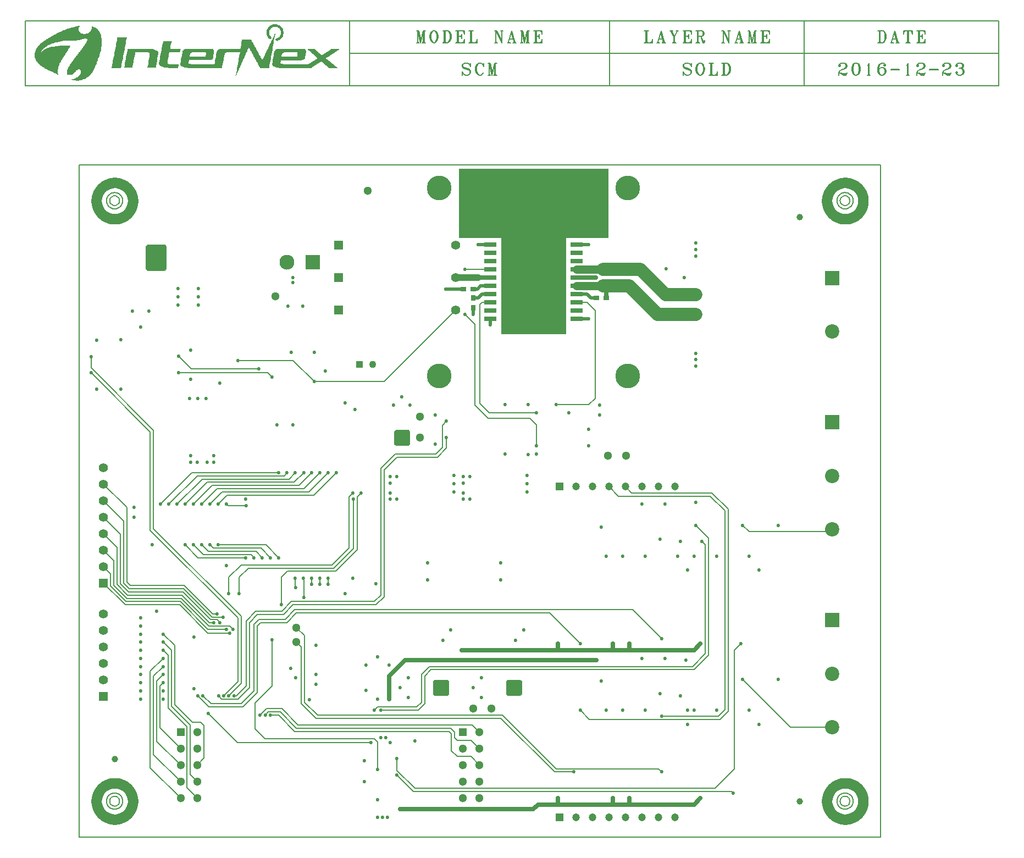
<source format=gbr>
%MOMM*%
%FSLAX33Y33*%
%ADD10C,0.203200*%
%ADD125C,0.200000*%
%ADD128C,1.000000*%
%ADD133C,1.400000*%
%ADD134R,1.400000X1.400000*%
%ADD136C,0.500000*%
%ADD156R,1.200000X1.200000*%
%ADD163R,1.300000X1.300000*%
%ADD165C,1.300000*%
%ADD171C,2.300000*%
%ADD172R,2.300000X2.300000*%
%ADD176C,0.700000*%
%ADD177C,2.000000*%
%ADD179C,0.530000*%
%ADD180C,0.900000*%
%ADD181R,1.100000X1.100000*%
%ADD182C,1.100000*%
%ADD183C,3.800000*%
%ADD184C,2.200000*%
%ADD185R,2.200000X2.200000*%
%ADD186C,0.100000*%
%ADD187R,0.800000X0.900000*%
%ADD189R,0.900000X0.800000*%
%ADD216C,1.600000*%
%ADD217R,1.950000X0.635000*%
%ADD225C,1.000000*%
%ADD226C,1.200000*%
%ADD227C,1.300000*%
G90*G71*G01*D02*G54D10*X0Y0D02*X123500Y0D01*X123500Y103500D01*
X0Y103500D01*X0Y0D01*X4250Y5500D02*X4274Y5256D01*
X4345Y5022D01*X4461Y4806D01*X4616Y4616D01*X4806Y4461D01*
X5022Y4345D01*X5256Y4274D01*X5500Y4250D01*X5744Y4274D01*
X5978Y4345D01*X6194Y4461D01*X6384Y4616D01*X6539Y4806D01*
X6655Y5022D01*X6726Y5256D01*X6750Y5500D01*X6726Y5744D01*
X6655Y5978D01*X6539Y6194D01*X6384Y6384D01*X6194Y6539D01*
X5978Y6655D01*X5744Y6726D01*X5500Y6750D01*X5256Y6726D01*
X5022Y6655D01*X4806Y6539D01*X4616Y6384D01*X4461Y6194D01*
X4345Y5978D01*X4274Y5744D01*X4250Y5500D01*X4750Y5500D02*
X4764Y5354D01*X4807Y5213D01*X4876Y5083D01*X4970Y4970D01*
X5083Y4876D01*X5213Y4807D01*X5354Y4764D01*X5500Y4750D01*
X5646Y4764D01*X5787Y4807D01*X5917Y4876D01*X6030Y4970D01*
X6124Y5083D01*X6193Y5213D01*X6236Y5354D01*X6250Y5500D01*
X6236Y5646D01*X6193Y5787D01*X6124Y5917D01*X6030Y6030D01*
X5917Y6124D01*X5787Y6193D01*X5646Y6236D01*X5500Y6250D01*
X5354Y6236D01*X5213Y6193D01*X5083Y6124D01*X4970Y6030D01*
X4876Y5917D01*X4807Y5787D01*X4764Y5646D01*X4750Y5500D01*
X116750Y5500D02*X116774Y5256D01*X116845Y5022D01*X116961Y4806D01*
X117116Y4616D01*X117306Y4461D01*X117522Y4345D01*X117756Y4274D01*
X118000Y4250D01*X118244Y4274D01*X118478Y4345D01*X118694Y4461D01*
X118884Y4616D01*X119039Y4806D01*X119155Y5022D01*X119226Y5256D01*
X119250Y5500D01*X119226Y5744D01*X119155Y5978D01*X119039Y6194D01*
X118884Y6384D01*X118694Y6539D01*X118478Y6655D01*X118244Y6726D01*
X118000Y6750D01*X117756Y6726D01*X117522Y6655D01*X117306Y6539D01*
X117116Y6384D01*X116961Y6194D01*X116845Y5978D01*X116774Y5744D01*
X116750Y5500D01*X117250Y5500D02*X117264Y5354D01*X117307Y5213D01*
X117376Y5083D01*X117470Y4970D01*X117583Y4876D01*X117713Y4807D01*
X117854Y4764D01*X118000Y4750D01*X118146Y4764D01*X118287Y4807D01*
X118417Y4876D01*X118530Y4970D01*X118624Y5083D01*X118693Y5213D01*
X118736Y5354D01*X118750Y5500D01*X118736Y5646D01*X118693Y5787D01*
X118624Y5917D01*X118530Y6030D01*X118417Y6124D01*X118287Y6193D01*
X118146Y6236D01*X118000Y6250D01*X117854Y6236D01*X117713Y6193D01*
X117583Y6124D01*X117470Y6030D01*X117376Y5917D01*X117307Y5787D01*
X117264Y5646D01*X117250Y5500D01*X4250Y98000D02*X4274Y97756D01*
X4345Y97522D01*X4461Y97306D01*X4616Y97116D01*X4806Y96961D01*
X5022Y96845D01*X5256Y96774D01*X5500Y96750D01*X5744Y96774D01*
X5978Y96845D01*X6194Y96961D01*X6384Y97116D01*X6539Y97306D01*
X6655Y97522D01*X6726Y97756D01*X6750Y98000D01*X6726Y98244D01*
X6655Y98478D01*X6539Y98694D01*X6384Y98884D01*X6194Y99039D01*
X5978Y99155D01*X5744Y99226D01*X5500Y99250D01*X5256Y99226D01*
X5022Y99155D01*X4806Y99039D01*X4616Y98884D01*X4461Y98694D01*
X4345Y98478D01*X4274Y98244D01*X4250Y98000D01*X4750Y98000D02*
X4764Y97854D01*X4807Y97713D01*X4876Y97583D01*X4970Y97470D01*
X5083Y97376D01*X5213Y97307D01*X5354Y97264D01*X5500Y97250D01*
X5646Y97264D01*X5787Y97307D01*X5917Y97376D01*X6030Y97470D01*
X6124Y97583D01*X6193Y97713D01*X6236Y97854D01*X6250Y98000D01*
X6236Y98146D01*X6193Y98287D01*X6124Y98417D01*X6030Y98530D01*
X5917Y98624D01*X5787Y98693D01*X5646Y98736D01*X5500Y98750D01*
X5354Y98736D01*X5213Y98693D01*X5083Y98624D01*X4970Y98530D01*
X4876Y98417D01*X4807Y98287D01*X4764Y98146D01*X4750Y98000D01*
X116750Y98000D02*X116774Y97756D01*X116845Y97522D01*X116961Y97306D01*
X117116Y97116D01*X117306Y96961D01*X117522Y96845D01*X117756Y96774D01*
X118000Y96750D01*X118244Y96774D01*X118478Y96845D01*X118694Y96961D01*
X118884Y97116D01*X119039Y97306D01*X119155Y97522D01*X119226Y97756D01*
X119250Y98000D01*X119226Y98244D01*X119155Y98478D01*X119039Y98694D01*
X118884Y98884D01*X118694Y99039D01*X118478Y99155D01*X118244Y99226D01*
X118000Y99250D01*X117756Y99226D01*X117522Y99155D01*X117306Y99039D01*
X117116Y98884D01*X116961Y98694D01*X116845Y98478D01*X116774Y98244D01*
X116750Y98000D01*X117250Y98000D02*X117264Y97854D01*X117307Y97713D01*
X117376Y97583D01*X117470Y97470D01*X117583Y97376D01*X117713Y97307D01*
X117854Y97264D01*X118000Y97250D01*X118146Y97264D01*X118287Y97307D01*
X118417Y97376D01*X118530Y97470D01*X118624Y97583D01*X118693Y97713D01*
X118736Y97854D01*X118750Y98000D01*X118736Y98146D01*X118693Y98287D01*
X118624Y98417D01*X118530Y98530D01*X118417Y98624D01*X118287Y98693D01*
X118146Y98736D01*X118000Y98750D01*X117854Y98736D01*X117713Y98693D01*
X117583Y98624D01*X117470Y98530D01*X117376Y98417D01*X117307Y98287D01*
X117264Y98146D01*X117250Y98000D01*D02*G54D125*X1875Y74000D02*
X1875Y72250D01*X11500Y62625D02*X1875Y72250D01*X7375Y50725D02*
X7375Y39250D01*X7875Y38750D02*X7375Y39250D01*X6875Y48685D02*
X6875Y39125D01*X7750Y38250D02*X6875Y39125D01*X6375Y46645D02*
X6375Y39000D01*X7625Y37750D02*X6375Y39000D01*X5875Y44605D02*
X5875Y38875D01*X7500Y37250D02*X5875Y38875D01*X5375Y42565D02*
X5375Y38750D01*X7375Y36750D02*X5375Y38750D01*X4875Y40525D02*
X4875Y38625D01*X7250Y36250D02*X4875Y38625D01*X11500Y62625D02*
X11500Y47500D01*X25000Y34000D02*X11500Y47500D01*X11000Y25500D02*
X11000Y10660D01*X15660Y6000D02*X11000Y10660D01*X11500Y12700D02*
X11500Y24750D01*X13000Y26250D02*X11500Y24750D01*X12000Y14740D02*
X12000Y24000D01*X13000Y25000D02*X12000Y24000D01*X11000Y62375D02*
X11000Y47250D01*X24500Y33750D02*X11000Y47250D01*X14750Y20375D02*
X14750Y29500D01*X13000Y31250D02*X14750Y29500D01*X19250Y12130D02*
X19250Y17125D01*X18750Y17625D02*X19250Y17125D01*X14250Y20125D02*
X14250Y28750D01*X13000Y30000D02*X14250Y28750D01*X17125Y9615D02*
X17125Y17250D01*X14250Y20125D02*X17125Y17250D01*X13750Y19875D02*
X13750Y28000D01*X13000Y28750D02*X13750Y28000D01*X16625Y7575D02*
X16625Y17000D01*X13750Y19875D02*X16625Y17000D01*X12500Y16780D02*
X12500Y23250D01*X13000Y23750D02*X12500Y23250D01*X25750Y23250D02*
X25750Y33250D01*X27250Y34750D02*X25750Y33250D01*X25000Y34000D02*
X25000Y23650D01*X23100Y21750D02*X25000Y23650D01*X26250Y23000D02*
X26250Y33000D01*X27500Y34250D02*X26250Y33000D01*X24500Y33750D02*
X24500Y23950D01*X22300Y21750D02*X24500Y23950D01*X23100Y40000D02*
X23100Y37500D01*X24700Y40000D02*X24700Y37500D01*X31200Y40000D02*
X31200Y35750D01*X33345Y39875D02*X33345Y38375D01*X27000Y32750D02*
X27000Y22500D01*X25000Y20500D02*X27000Y22500D01*X27500Y32500D02*
X27500Y22250D01*X25250Y20000D02*X27500Y22250D01*X29750Y23250D02*
X29750Y30375D01*X27125Y16625D02*X27125Y20625D01*X29750Y23250D02*
X27125Y20625D01*X34750Y20750D02*X34750Y31000D01*X33500Y32250D02*
X34750Y31000D01*X34250Y20500D02*X34250Y29250D01*X33500Y30000D02*
X34250Y29250D01*X34625Y39875D02*X34625Y36875D01*X35875Y39875D02*
X35875Y38875D01*X37155Y39875D02*X37155Y38875D01*X38425Y39875D02*
X38425Y38875D01*X46500Y37250D02*X46500Y56750D01*X48750Y59000D02*
X46500Y56750D01*X47000Y37000D02*X47000Y56500D01*X49000Y58500D02*
X47000Y56500D01*X42875Y52370D02*X42875Y44250D01*X39550Y40925D02*
X42875Y44250D01*X41625Y52390D02*X41625Y44500D01*X39000Y41875D02*
X41625Y44500D01*X42250Y52000D02*X42250Y44375D01*X39250Y41375D02*
X42250Y44375D01*X45980Y10375D02*X45980Y14645D01*X45500Y15125D02*
X45980Y14645D01*X49000Y10250D02*X49000Y12040D01*X52750Y20750D02*
X52750Y25000D01*X54000Y26250D02*X52750Y25000D01*X53250Y20500D02*
X53250Y24750D01*X54250Y25750D02*X53250Y24750D01*X56000Y60000D02*
X56000Y63395D01*X56625Y64020D02*X56000Y63395D01*X56625Y59875D02*
X56625Y61500D01*X57375Y13250D02*X57375Y15875D01*X57000Y16250D02*
X57375Y15875D01*X57875Y15250D02*X57875Y16125D01*X57250Y16750D02*
X57875Y16125D01*X61000Y66500D02*X61000Y79000D01*X59500Y80500D02*
X61000Y79000D01*X61750Y66750D02*X61750Y82000D01*X62075Y82325D02*
X61750Y82000D01*X70500Y60210D02*X70500Y63500D01*X69500Y64500D02*
X70500Y63500D01*X79500Y67560D02*X79500Y81075D01*X78250Y82325D02*
X79500Y81075D01*X99500Y50250D02*X99500Y19625D01*X98500Y18625D02*
X99500Y19625D01*X96500Y28250D02*X96500Y45000D01*X96000Y45500D02*
X96500Y45000D01*X97000Y28000D02*X97000Y46000D01*X95000Y48000D02*
X97000Y46000D01*X100000Y50500D02*X100000Y19375D01*X98750Y18125D02*
X100000Y19375D01*X101000Y28750D02*X101000Y10500D01*X98000Y7500D02*
X101000Y10500D01*X116000Y47000D02*X116000Y47375D01*X89270Y10500D02*
X73500Y10500D01*X65250Y18750D02*X73500Y10500D01*X76230Y10000D02*
X73250Y10000D01*X65000Y18250D02*X73250Y10000D01*X51500Y7000D02*
X100500Y7000D01*X100760Y6740D02*X100500Y7000D01*X98000Y7500D02*
X51750Y7500D01*X49000Y10250D02*X51750Y7500D01*X109600Y16900D02*
X116000Y16900D01*X18750Y17625D02*X17500Y17625D01*X14750Y20375D02*
X17500Y17625D01*X57000Y16250D02*X33250Y16250D01*X30750Y18750D02*
X33250Y16250D01*X60405Y12375D02*X58250Y12375D01*X57375Y13250D02*
X58250Y12375D01*X57250Y16750D02*X33500Y16750D01*X31000Y19250D02*
X33500Y16750D01*X60445Y14875D02*X58250Y14875D01*X57875Y15250D02*
X58250Y14875D01*X60610Y17250D02*X33750Y17250D01*X31250Y19750D02*
X33750Y17250D01*X45000Y14500D02*X24400Y14500D01*X19900Y19000D02*
X24400Y14500D01*X45500Y15125D02*X28625Y15125D01*X27125Y16625D02*
X28625Y15125D01*X98500Y18625D02*X89750Y18625D01*X98750Y18125D02*
X78625Y18125D01*X77250Y19500D02*X78625Y18125D01*X65250Y18750D02*
X36750Y18750D01*X34750Y20750D02*X36750Y18750D01*X65000Y18250D02*
X36500Y18250D01*X34250Y20500D02*X36500Y18250D01*X23900Y21750D02*
X24250Y21750D01*X25750Y23250D02*X24250Y21750D01*X22000Y21250D02*
X24500Y21250D01*X26250Y23000D02*X24500Y21250D01*X30750Y18750D02*
X29500Y18750D01*X31000Y19250D02*X29200Y19250D01*X28700Y18750D02*
X29200Y19250D01*X31250Y19750D02*X28900Y19750D01*X27900Y18750D02*
X28900Y19750D01*X25000Y20500D02*X20350Y20500D01*X19100Y21750D02*
X20350Y20500D01*X25250Y20000D02*X20050Y20000D01*X18300Y21750D02*
X20050Y20000D01*X46000Y20000D02*X52000Y20000D01*X52750Y20750D02*
X52000Y20000D01*X46500Y19500D02*X52250Y19500D01*X53250Y20500D02*
X52250Y19500D01*X20000Y32500D02*X23250Y32500D01*X23750Y32000D02*
X23250Y32500D01*X19875Y32000D02*X22750Y32000D01*X19875Y31375D02*
X23250Y31375D01*X54000Y26250D02*X94500Y26250D01*X96500Y28250D02*
X94500Y26250D01*X54250Y25750D02*X94750Y25750D01*X97000Y28000D02*
X94750Y25750D01*X20625Y34375D02*X21250Y34375D01*X7875Y38750D02*
X16250Y38750D01*X20625Y34375D02*X16250Y38750D01*X20500Y33875D02*
X22250Y33875D01*X7750Y38250D02*X16125Y38250D01*X20500Y33875D02*
X16125Y38250D01*X20250Y33500D02*X21250Y33500D01*X21750Y33000D02*
X21250Y33500D01*X7625Y37750D02*X16000Y37750D01*X20250Y33500D02*
X16000Y37750D01*X20125Y33000D02*X20750Y33000D01*X7500Y37250D02*
X15875Y37250D01*X20125Y33000D02*X15875Y37250D01*X7375Y36750D02*
X15750Y36750D01*X20000Y32500D02*X15750Y36750D01*X7250Y36250D02*
X15625Y36250D01*X19875Y32000D02*X15625Y36250D01*X7110Y35750D02*
X15500Y35750D01*X19875Y31375D02*X15500Y35750D01*X32750Y36250D02*
X45500Y36250D01*X46500Y37250D02*X45500Y36250D01*X27250Y34750D02*
X31250Y34750D01*X32750Y36250D02*X31250Y34750D01*X33000Y35750D02*
X45750Y35750D01*X47000Y37000D02*X45750Y35750D01*X27500Y34250D02*
X31500Y34250D01*X33000Y35750D02*X31500Y34250D01*X33345Y38375D02*
X33375Y38375D01*X31750Y33500D02*X27750Y33500D01*X27000Y32750D02*
X27750Y33500D01*X85270Y35000D02*X33250Y35000D01*X31750Y33500D02*
X33250Y35000D01*X32000Y33000D02*X28000Y33000D01*X27500Y32500D02*
X28000Y33000D01*X72500Y34500D02*X33500Y34500D01*X32000Y33000D02*
X33500Y34500D01*X103250Y47000D02*X116000Y47000D01*X39550Y40925D02*
X32125Y40925D01*X31200Y40000D02*X32125Y40925D01*X34615Y39875D02*
X34625Y39875D01*X28805Y45000D02*X21445Y45000D01*X28035Y44500D02*
X20675Y44500D01*X20175Y45000D02*X20675Y44500D01*X27265Y44000D02*
X19905Y44000D01*X18905Y45000D02*X19905Y44000D01*X26495Y43500D02*
X19135Y43500D01*X17635Y45000D02*X19135Y43500D01*X25725Y43000D02*
X18365Y43000D01*X16365Y45000D02*X18365Y43000D01*X39000Y41875D02*
X24975Y41875D01*X23100Y40000D02*X24975Y41875D01*X39250Y41375D02*
X26075Y41375D01*X24700Y40000D02*X26075Y41375D01*X35885Y39875D02*
X35875Y39875D01*X83120Y52500D02*X97250Y52500D01*X99500Y50250D02*
X97250Y52500D01*X85160Y53000D02*X97500Y53000D01*X100000Y50500D02*
X97500Y53000D01*X22965Y51000D02*X25750Y51000D01*X22820Y52625D02*
X36195Y52625D01*X39695Y56125D02*X36195Y52625D01*X22050Y53125D02*
X35425Y53125D01*X38425Y56125D02*X35425Y53125D01*X21280Y53625D02*
X34655Y53625D01*X37155Y56125D02*X34655Y53625D01*X20510Y54125D02*
X33885Y54125D01*X35885Y56125D02*X33885Y54125D01*X48750Y59000D02*
X55000Y59000D01*X56000Y60000D02*X55000Y59000D01*X49000Y58500D02*
X55250Y58500D01*X56625Y59875D02*X55250Y58500D01*X19740Y54625D02*
X33125Y54625D01*X34625Y56125D02*X33125Y54625D01*X18970Y55125D02*
X32345Y55125D01*X33345Y56125D02*X32345Y55125D01*X18200Y55625D02*
X31575Y55625D01*X32075Y56125D02*X31575Y55625D01*X17430Y56125D02*
X30805Y56125D01*X69500Y64500D02*X63000Y64500D01*X61000Y66500D02*
X63000Y64500D01*X70500Y65290D02*X63210Y65290D01*X61750Y66750D02*
X63210Y65290D01*X73500Y66560D02*X78500Y66560D01*X79500Y67560D02*
X78500Y66560D01*X36250Y70125D02*X47000Y70125D01*X58000Y81125D02*
X47000Y70125D01*X24500Y73375D02*X33000Y73375D01*X36250Y70125D02*
X33000Y73375D01*X15375Y71480D02*X29115Y71480D01*X29750Y70845D02*
X29115Y71480D01*X17270Y72125D02*X27750Y72125D01*X62075Y82325D02*
X63375Y82325D01*X78250Y82325D02*X76625Y82325D01*X59500Y87405D02*
X63375Y87405D01*X100770Y6750D02*X100760Y6740D01*X18200Y6000D02*
X16625Y7575D01*X15660Y8540D02*X11500Y12700D01*X15660Y11080D02*
X12000Y14740D01*X15660Y13620D02*X12500Y16780D01*X18200Y8540D02*
X17125Y9615D01*X18200Y11080D02*X19250Y12130D01*X49000Y9500D02*
X51500Y7000D01*X61700Y11080D02*X60405Y12375D01*X61700Y13620D02*
X60445Y14875D01*X89770Y10000D02*X89270Y10500D01*X45500Y19500D02*
X46000Y20000D01*X61700Y16160D02*X60610Y17250D01*X21500Y21750D02*
X22000Y21250D01*X102250Y24250D02*X109600Y16900D01*X13000Y27500D02*
X11000Y25500D01*X77250Y29750D02*X72500Y34500D01*X89770Y30500D02*
X85270Y35000D01*X102000Y29750D02*X101000Y28750D01*X3750Y39110D02*
X7110Y35750D01*X3750Y41650D02*X4875Y40525D01*X3750Y44190D02*
X5375Y42565D01*X3750Y46730D02*X5875Y44605D01*X30805Y43000D02*
X28805Y45000D01*X29535Y43000D02*X28035Y44500D01*X28265Y43000D02*
X27265Y44000D01*X26995Y43000D02*X26495Y43500D01*X102250Y48000D02*
X103250Y47000D01*X3750Y49270D02*X6375Y46645D01*X3750Y51810D02*
X6875Y48685D01*X16365Y51250D02*X19740Y54625D01*X15095Y51250D02*
X18970Y55125D01*X13825Y51250D02*X18200Y55625D01*X12555Y51250D02*
X17430Y56125D01*X22715Y51250D02*X22965Y51000D01*X21445Y51250D02*
X22820Y52625D01*X20175Y51250D02*X22050Y53125D01*X18905Y51250D02*
X21280Y53625D01*X17635Y51250D02*X20510Y54125D01*X43505Y53000D02*
X42875Y52370D01*X42235Y53000D02*X41625Y52390D01*X81620Y54000D02*
X83120Y52500D01*X84160Y54000D02*X85160Y53000D01*X3750Y54350D02*
X7375Y50725D01*X1875Y71500D02*X11000Y62375D01*X15375Y74020D02*
X17270Y72125D01*X41700Y125700D02*X-8300Y125700D01*X-8300Y115700D01*
X41700Y115700D01*X41700Y120700D02*X141700Y120700D01*X60246Y118927D02*
X60350Y119170D01*X60350Y118655D01*X60246Y118927D01*X60064Y119109D01*
X59778Y119170D01*X59505Y119170D01*X59232Y119109D01*X59050Y118927D01*
X59050Y118655D01*X59141Y118503D01*X59414Y118321D01*X59973Y118139D01*
X60155Y118048D01*X60246Y117867D01*X60246Y117624D01*X60155Y117442D01*
X59141Y118655D02*X59232Y118503D01*X59414Y118412D01*X59973Y118230D01*
X60155Y118139D01*X60246Y117958D01*X59232Y119109D02*X59141Y118927D01*
X59141Y118745D01*X59232Y118564D01*X59414Y118503D01*X59973Y118321D01*
X60246Y118139D01*X60350Y117958D01*X60350Y117715D01*X60246Y117533D01*
X60155Y117442D01*X59882Y117352D01*X59596Y117352D01*X59323Y117442D01*
X59141Y117624D01*X59050Y117867D01*X59050Y117352D01*X59141Y117624D01*
X62259Y118927D02*X62350Y119170D01*X62350Y118655D01*X62259Y118927D01*
X62077Y119109D01*X61908Y119170D01*X61648Y119170D01*X61388Y119109D01*
X61219Y118927D01*X61128Y118745D01*X61050Y118503D01*X61050Y118048D01*
X61128Y117776D01*X61219Y117624D01*X61388Y117442D01*X61648Y117352D01*
X61908Y117352D01*X62077Y117442D01*X62259Y117624D01*X62350Y117776D01*
X61297Y118927D02*X61219Y118745D01*X61128Y118503D01*X61128Y118048D01*
X61219Y117776D01*X61297Y117624D01*X61648Y119170D02*X61479Y119109D01*
X61297Y118836D01*X61219Y118503D01*X61219Y118048D01*X61297Y117715D01*
X61479Y117442D01*X61648Y117352D01*X63219Y119170D02*X63219Y117442D01*
X63219Y119170D02*X63635Y117352D01*X63284Y119170D02*X63635Y117624D01*
X63336Y119170D02*X63687Y117624D01*X64051Y119170D02*X63635Y117352D01*
X64051Y119170D02*X64051Y117352D01*X64103Y119109D02*X64103Y117442D01*
X64168Y119170D02*X64168Y117352D01*X63050Y119170D02*X63336Y119170D01*
X64051Y119170D02*X64350Y119170D01*X63050Y117352D02*X63401Y117352D01*
X63869Y117352D02*X64350Y117352D01*X63102Y119170D02*X63219Y119109D01*
X64220Y119170D02*X64168Y119018D01*X64285Y119170D02*X64168Y119109D01*
X63219Y117442D02*X63102Y117352D01*X63219Y117442D02*X63336Y117352D01*
X64051Y117442D02*X63934Y117352D01*X64051Y117533D02*X63986Y117352D01*
X64168Y117533D02*X64220Y117352D01*X64168Y117442D02*X64285Y117352D01*
X52219Y124170D02*X52219Y122442D01*X52219Y124170D02*X52635Y122352D01*
X52284Y124170D02*X52635Y122624D01*X52336Y124170D02*X52687Y122624D01*
X53051Y124170D02*X52635Y122352D01*X53051Y124170D02*X53051Y122352D01*
X53103Y124109D02*X53103Y122442D01*X53168Y124170D02*X53168Y122352D01*
X52050Y124170D02*X52336Y124170D01*X53051Y124170D02*X53350Y124170D01*
X52050Y122352D02*X52401Y122352D01*X52869Y122352D02*X53350Y122352D01*
X52102Y124170D02*X52219Y124109D01*X53220Y124170D02*X53168Y124018D01*
X53285Y124170D02*X53168Y124109D01*X52219Y122442D02*X52102Y122352D01*
X52219Y122442D02*X52336Y122352D01*X53051Y122442D02*X52934Y122352D01*
X53051Y122533D02*X52986Y122352D01*X53168Y122533D02*X53220Y122352D01*
X53168Y122442D02*X53285Y122352D01*X54609Y124170D02*X54375Y124109D01*
X54206Y123927D01*X54128Y123745D01*X54050Y123412D01*X54050Y123139D01*
X54128Y122776D01*X54206Y122624D01*X54375Y122442D01*X54609Y122352D01*
X54778Y122352D01*X55025Y122442D01*X55181Y122624D01*X55259Y122776D01*
X55350Y123139D01*X55350Y123412D01*X55259Y123745D01*X55181Y123927D01*
X55025Y124109D01*X54778Y124170D01*X54609Y124170D01*X54284Y123927D02*
X54206Y123745D01*X54128Y123503D01*X54128Y123048D01*X54206Y122776D01*
X54284Y122624D01*X55103Y122624D02*X55181Y122776D01*X55259Y123048D01*
X55259Y123503D01*X55181Y123745D01*X55103Y123927D01*X54609Y124170D02*
X54453Y124109D01*X54284Y123836D01*X54206Y123503D01*X54206Y123048D01*
X54284Y122715D01*X54453Y122442D01*X54609Y122352D01*X54778Y122352D02*
X54934Y122442D01*X55103Y122715D01*X55181Y123048D01*X55181Y123503D01*
X55103Y123836D01*X54934Y124109D01*X54778Y124170D01*X56271Y124170D02*
X56271Y122352D01*X56349Y124109D02*X56349Y122442D01*X56427Y124170D02*
X56427Y122352D01*X56050Y124170D02*X56804Y124170D01*X57038Y124109D01*
X57194Y123927D01*X57272Y123745D01*X57350Y123503D01*X57350Y123048D01*
X57272Y122776D01*X57194Y122624D01*X57038Y122442D01*X56804Y122352D01*
X56050Y122352D01*X57116Y123927D02*X57194Y123745D01*X57272Y123503D01*
X57272Y123048D01*X57194Y122776D01*X57116Y122624D01*X56804Y124170D02*
X56960Y124109D01*X57116Y123836D01*X57194Y123503D01*X57194Y123048D01*
X57116Y122715D01*X56960Y122442D01*X56804Y122352D01*X56115Y124170D02*
X56271Y124109D01*X56193Y124170D02*X56271Y124018D01*X56505Y124170D02*
X56427Y124018D01*X56583Y124170D02*X56427Y124109D01*X56271Y122442D02*
X56115Y122352D01*X56271Y122533D02*X56193Y122352D01*X56427Y122533D02*
X56505Y122352D01*X56427Y122442D02*X56583Y122352D01*X58284Y124170D02*
X58284Y122352D01*X58362Y124109D02*X58362Y122442D01*X58453Y124170D02*
X58453Y122352D01*X58050Y124170D02*X59350Y124170D01*X59350Y123655D01*
X58453Y123321D02*X58934Y123321D01*X58934Y123655D02*X58934Y122958D01*
X58050Y122352D02*X59350Y122352D01*X59350Y122867D01*X58128Y124170D02*
X58284Y124109D01*X58206Y124170D02*X58284Y124018D01*X58531Y124170D02*
X58453Y124018D01*X58609Y124170D02*X58453Y124109D01*X58934Y124170D02*
X59350Y124109D01*X59103Y124170D02*X59350Y124018D01*X59181Y124170D02*
X59350Y123927D01*X59259Y124170D02*X59350Y123655D01*X58934Y123655D02*
X58856Y123321D01*X58934Y122958D01*X58934Y123503D02*X58778Y123321D01*
X58934Y123139D01*X58934Y123412D02*X58609Y123321D01*X58934Y123230D01*
X58284Y122442D02*X58128Y122352D01*X58284Y122533D02*X58206Y122352D01*
X58453Y122533D02*X58531Y122352D01*X58453Y122442D02*X58609Y122352D01*
X58934Y122352D02*X59350Y122442D01*X59103Y122352D02*X59350Y122533D01*
X59181Y122352D02*X59350Y122624D01*X59259Y122352D02*X59350Y122867D01*
X60310Y124170D02*X60310Y122352D01*X60388Y124109D02*X60388Y122442D01*
X60479Y124170D02*X60479Y122352D01*X60050Y124170D02*X60739Y124170D01*
X60050Y122352D02*X61350Y122352D01*X61350Y122867D01*X60128Y124170D02*
X60310Y124109D01*X60219Y124170D02*X60310Y124018D01*X60570Y124170D02*
X60479Y124018D01*X60648Y124170D02*X60479Y124109D01*X60310Y122442D02*
X60128Y122352D01*X60310Y122533D02*X60219Y122352D01*X60479Y122533D02*
X60570Y122352D01*X60479Y122442D02*X60648Y122352D01*X60908Y122352D02*
X61350Y122442D01*X61077Y122352D02*X61350Y122533D01*X61168Y122352D02*
X61350Y122624D01*X61259Y122352D02*X61350Y122867D01*X64232Y124170D02*
X64232Y122442D01*X64232Y124170D02*X65142Y122352D01*X64310Y124170D02*
X65077Y122624D01*X64362Y124170D02*X65142Y122624D01*X65142Y124109D02*
X65142Y122352D01*X64050Y124170D02*X64362Y124170D01*X64960Y124170D02*
X65350Y124170D01*X64050Y122352D02*X64427Y122352D01*X64102Y124170D02*
X64232Y124109D01*X65025Y124170D02*X65142Y124109D01*X65285Y124170D02*
X65142Y124109D01*X64232Y122442D02*X64102Y122352D01*X64232Y122442D02*
X64362Y122352D01*X66700Y124170D02*X66193Y122442D01*X66622Y123927D02*
X67051Y122352D01*X66700Y123927D02*X67129Y122352D01*X66700Y124170D02*
X67194Y122352D01*X66336Y122867D02*X66986Y122867D01*X66050Y122352D02*
X66479Y122352D01*X66843Y122352D02*X67350Y122352D01*X66193Y122442D02*
X66115Y122352D01*X66193Y122442D02*X66336Y122352D01*X67051Y122442D02*
X66908Y122352D01*X67051Y122533D02*X66986Y122352D01*X67129Y122533D02*
X67272Y122352D01*X68219Y124170D02*X68219Y122442D01*X68219Y124170D02*
X68635Y122352D01*X68284Y124170D02*X68635Y122624D01*X68336Y124170D02*
X68687Y122624D01*X69051Y124170D02*X68635Y122352D01*X69051Y124170D02*
X69051Y122352D01*X69103Y124109D02*X69103Y122442D01*X69168Y124170D02*
X69168Y122352D01*X68050Y124170D02*X68336Y124170D01*X69051Y124170D02*
X69350Y124170D01*X68050Y122352D02*X68401Y122352D01*X68869Y122352D02*
X69350Y122352D01*X68102Y124170D02*X68219Y124109D01*X69220Y124170D02*
X69168Y124018D01*X69285Y124170D02*X69168Y124109D01*X68219Y122442D02*
X68102Y122352D01*X68219Y122442D02*X68336Y122352D01*X69051Y122442D02*
X68934Y122352D01*X69051Y122533D02*X68986Y122352D01*X69168Y122533D02*
X69220Y122352D01*X69168Y122442D02*X69285Y122352D01*X70284Y124170D02*
X70284Y122352D01*X70362Y124109D02*X70362Y122442D01*X70453Y124170D02*
X70453Y122352D01*X70050Y124170D02*X71350Y124170D01*X71350Y123655D01*
X70453Y123321D02*X70934Y123321D01*X70934Y123655D02*X70934Y122958D01*
X70050Y122352D02*X71350Y122352D01*X71350Y122867D01*X70128Y124170D02*
X70284Y124109D01*X70206Y124170D02*X70284Y124018D01*X70531Y124170D02*
X70453Y124018D01*X70609Y124170D02*X70453Y124109D01*X70934Y124170D02*
X71350Y124109D01*X71103Y124170D02*X71350Y124018D01*X71181Y124170D02*
X71350Y123927D01*X71259Y124170D02*X71350Y123655D01*X70934Y123655D02*
X70856Y123321D01*X70934Y122958D01*X70934Y123503D02*X70778Y123321D01*
X70934Y123139D01*X70934Y123412D02*X70609Y123321D01*X70934Y123230D01*
X70284Y122442D02*X70128Y122352D01*X70284Y122533D02*X70206Y122352D01*
X70453Y122533D02*X70531Y122352D01*X70453Y122442D02*X70609Y122352D01*
X70934Y122352D02*X71350Y122442D01*X71103Y122352D02*X71350Y122533D01*
X71181Y122352D02*X71350Y122624D01*X71259Y122352D02*X71350Y122867D01*
X87310Y124170D02*X87310Y122352D01*X87388Y124109D02*X87388Y122442D01*
X87479Y124170D02*X87479Y122352D01*X87050Y124170D02*X87739Y124170D01*
X87050Y122352D02*X88350Y122352D01*X88350Y122867D01*X87128Y124170D02*
X87310Y124109D01*X87219Y124170D02*X87310Y124018D01*X87570Y124170D02*
X87479Y124018D01*X87648Y124170D02*X87479Y124109D01*X87310Y122442D02*
X87128Y122352D01*X87310Y122533D02*X87219Y122352D01*X87479Y122533D02*
X87570Y122352D01*X87479Y122442D02*X87648Y122352D01*X87908Y122352D02*
X88350Y122442D01*X88077Y122352D02*X88350Y122533D01*X88168Y122352D02*
X88350Y122624D01*X88259Y122352D02*X88350Y122867D01*X89700Y124170D02*
X89193Y122442D01*X89622Y123927D02*X90051Y122352D01*X89700Y123927D02*
X90129Y122352D01*X89700Y124170D02*X90194Y122352D01*X89336Y122867D02*
X89986Y122867D01*X89050Y122352D02*X89479Y122352D01*X89843Y122352D02*
X90350Y122352D01*X89193Y122442D02*X89115Y122352D01*X89193Y122442D02*
X89336Y122352D01*X90051Y122442D02*X89908Y122352D01*X90051Y122533D02*
X89986Y122352D01*X90129Y122533D02*X90272Y122352D01*X91180Y124170D02*
X91622Y123230D01*X91622Y122352D01*X91245Y124170D02*X91687Y123230D01*
X91687Y122442D01*X91297Y124170D02*X91765Y123230D01*X91765Y122352D01*
X92142Y124109D02*X91765Y123230D01*X91050Y124170D02*X91505Y124170D01*
X91947Y124170D02*X92350Y124170D01*X91440Y122352D02*X91947Y122352D01*
X91115Y124170D02*X91245Y124109D01*X91440Y124170D02*X91297Y124109D01*
X92025Y124170D02*X92142Y124109D01*X92272Y124170D02*X92142Y124109D01*
X91622Y122442D02*X91505Y122352D01*X91622Y122533D02*X91557Y122352D01*
X91765Y122533D02*X91817Y122352D01*X91765Y122442D02*X91882Y122352D01*
X93284Y124170D02*X93284Y122352D01*X93362Y124109D02*X93362Y122442D01*
X93453Y124170D02*X93453Y122352D01*X93050Y124170D02*X94350Y124170D01*
X94350Y123655D01*X93453Y123321D02*X93934Y123321D01*X93934Y123655D02*
X93934Y122958D01*X93050Y122352D02*X94350Y122352D01*X94350Y122867D01*
X93128Y124170D02*X93284Y124109D01*X93206Y124170D02*X93284Y124018D01*
X93531Y124170D02*X93453Y124018D01*X93609Y124170D02*X93453Y124109D01*
X93934Y124170D02*X94350Y124109D01*X94103Y124170D02*X94350Y124018D01*
X94181Y124170D02*X94350Y123927D01*X94259Y124170D02*X94350Y123655D01*
X93934Y123655D02*X93856Y123321D01*X93934Y122958D01*X93934Y123503D02*
X93778Y123321D01*X93934Y123139D01*X93934Y123412D02*X93609Y123321D01*
X93934Y123230D01*X93284Y122442D02*X93128Y122352D01*X93284Y122533D02*
X93206Y122352D01*X93453Y122533D02*X93531Y122352D01*X93453Y122442D02*
X93609Y122352D01*X93934Y122352D02*X94350Y122442D01*X94103Y122352D02*
X94350Y122533D01*X94181Y122352D02*X94350Y122624D01*X94259Y122352D02*
X94350Y122867D01*X95258Y124170D02*X95258Y122352D01*X95336Y124109D02*
X95336Y122442D01*X95401Y124170D02*X95401Y122352D01*X95050Y124170D02*
X95908Y124170D01*X96129Y124109D01*X96194Y124018D01*X96272Y123836D01*
X96272Y123655D01*X96194Y123503D01*X96129Y123412D01*X95908Y123321D01*
X95401Y123321D01*X96129Y124018D02*X96194Y123836D01*X96194Y123655D01*
X96129Y123503D01*X95908Y124170D02*X96051Y124109D01*X96129Y123927D01*
X96129Y123564D01*X96051Y123412D01*X95908Y123321D01*X95687Y123321D02*
X95843Y123230D01*X95908Y123048D01*X96051Y122533D01*X96129Y122352D01*
X96272Y122352D01*X96350Y122533D01*X96350Y122715D01*X96051Y122715D02*
X96129Y122533D01*X96194Y122442D01*X96272Y122442D01*X95843Y123230D02*
X95908Y123139D01*X96129Y122624D01*X96194Y122533D01*X96272Y122533D01*
X96350Y122624D01*X95050Y122352D02*X95622Y122352D01*X95115Y124170D02*
X95258Y124109D01*X95193Y124170D02*X95258Y124018D01*X95479Y124170D02*
X95401Y124018D01*X95544Y124170D02*X95401Y124109D01*X95258Y122442D02*
X95115Y122352D01*X95258Y122533D02*X95193Y122352D01*X95401Y122533D02*
X95479Y122352D01*X95401Y122442D02*X95544Y122352D01*X99232Y124170D02*
X99232Y122442D01*X99232Y124170D02*X100142Y122352D01*X99310Y124170D02*
X100077Y122624D01*X99362Y124170D02*X100142Y122624D01*X100142Y124109D02*
X100142Y122352D01*X99050Y124170D02*X99362Y124170D01*X99960Y124170D02*
X100350Y124170D01*X99050Y122352D02*X99427Y122352D01*X99102Y124170D02*
X99232Y124109D01*X100025Y124170D02*X100142Y124109D01*X100285Y124170D02*
X100142Y124109D01*X99232Y122442D02*X99102Y122352D01*X99232Y122442D02*
X99362Y122352D01*X101700Y124170D02*X101193Y122442D01*X101622Y123927D02*
X102051Y122352D01*X101700Y123927D02*X102129Y122352D01*X101700Y124170D02*
X102194Y122352D01*X101336Y122867D02*X101986Y122867D01*X101050Y122352D02*
X101479Y122352D01*X101843Y122352D02*X102350Y122352D01*X101193Y122442D02*
X101115Y122352D01*X101193Y122442D02*X101336Y122352D01*X102051Y122442D02*
X101908Y122352D01*X102051Y122533D02*X101986Y122352D01*X102129Y122533D02*
X102272Y122352D01*X103219Y124170D02*X103219Y122442D01*X103219Y124170D02*
X103635Y122352D01*X103284Y124170D02*X103635Y122624D01*X103336Y124170D02*
X103687Y122624D01*X104051Y124170D02*X103635Y122352D01*X104051Y124170D02*
X104051Y122352D01*X104103Y124109D02*X104103Y122442D01*X104168Y124170D02*
X104168Y122352D01*X103050Y124170D02*X103336Y124170D01*X104051Y124170D02*
X104350Y124170D01*X103050Y122352D02*X103401Y122352D01*X103869Y122352D02*
X104350Y122352D01*X103102Y124170D02*X103219Y124109D01*X104220Y124170D02*
X104168Y124018D01*X104285Y124170D02*X104168Y124109D01*X103219Y122442D02*
X103102Y122352D01*X103219Y122442D02*X103336Y122352D01*X104051Y122442D02*
X103934Y122352D01*X104051Y122533D02*X103986Y122352D01*X104168Y122533D02*
X104220Y122352D01*X104168Y122442D02*X104285Y122352D01*X105284Y124170D02*
X105284Y122352D01*X105362Y124109D02*X105362Y122442D01*X105453Y124170D02*
X105453Y122352D01*X105050Y124170D02*X106350Y124170D01*X106350Y123655D01*
X105453Y123321D02*X105934Y123321D01*X105934Y123655D02*X105934Y122958D01*
X105050Y122352D02*X106350Y122352D01*X106350Y122867D01*X105128Y124170D02*
X105284Y124109D01*X105206Y124170D02*X105284Y124018D01*X105531Y124170D02*
X105453Y124018D01*X105609Y124170D02*X105453Y124109D01*X105934Y124170D02*
X106350Y124109D01*X106103Y124170D02*X106350Y124018D01*X106181Y124170D02*
X106350Y123927D01*X106259Y124170D02*X106350Y123655D01*X105934Y123655D02*
X105856Y123321D01*X105934Y122958D01*X105934Y123503D02*X105778Y123321D01*
X105934Y123139D01*X105934Y123412D02*X105609Y123321D01*X105934Y123230D01*
X105284Y122442D02*X105128Y122352D01*X105284Y122533D02*X105206Y122352D01*
X105453Y122533D02*X105531Y122352D01*X105453Y122442D02*X105609Y122352D01*
X105934Y122352D02*X106350Y122442D01*X106103Y122352D02*X106350Y122533D01*
X106181Y122352D02*X106350Y122624D01*X106259Y122352D02*X106350Y122867D01*
X81700Y125700D02*X81700Y115700D01*X41700Y125700D02*X141700Y125700D01*
X141700Y115700D02*X41700Y115700D01*X41700Y125700D02*X41700Y115700D01*
X141700Y125700D02*X141700Y115700D01*X111700Y125700D02*X111700Y115700D01*
X123271Y124170D02*X123271Y122352D01*X123349Y124109D02*X123349Y122442D01*
X123427Y124170D02*X123427Y122352D01*X123050Y124170D02*X123804Y124170D01*
X124038Y124109D01*X124194Y123927D01*X124272Y123745D01*X124350Y123503D01*
X124350Y123048D01*X124272Y122776D01*X124194Y122624D01*X124038Y122442D01*
X123804Y122352D01*X123050Y122352D01*X124116Y123927D02*X124194Y123745D01*
X124272Y123503D01*X124272Y123048D01*X124194Y122776D01*X124116Y122624D01*
X123804Y124170D02*X123960Y124109D01*X124116Y123836D01*X124194Y123503D01*
X124194Y123048D01*X124116Y122715D01*X123960Y122442D01*X123804Y122352D01*
X123115Y124170D02*X123271Y124109D01*X123193Y124170D02*X123271Y124018D01*
X123505Y124170D02*X123427Y124018D01*X123583Y124170D02*X123427Y124109D01*
X123271Y122442D02*X123115Y122352D01*X123271Y122533D02*X123193Y122352D01*
X123427Y122533D02*X123505Y122352D01*X123427Y122442D02*X123583Y122352D01*
X125700Y124170D02*X125193Y122442D01*X125622Y123927D02*X126051Y122352D01*
X125700Y123927D02*X126129Y122352D01*X125700Y124170D02*X126194Y122352D01*
X125336Y122867D02*X125986Y122867D01*X125050Y122352D02*X125479Y122352D01*
X125843Y122352D02*X126350Y122352D01*X125193Y122442D02*X125115Y122352D01*
X125193Y122442D02*X125336Y122352D01*X126051Y122442D02*X125908Y122352D01*
X126051Y122533D02*X125986Y122352D01*X126129Y122533D02*X126272Y122352D01*
X127050Y124170D02*X127050Y123655D01*X127609Y124170D02*X127609Y122352D01*
X127700Y124109D02*X127700Y122442D01*X127778Y124170D02*X127778Y122352D01*
X128350Y124170D02*X128350Y123655D01*X127050Y124170D02*X128350Y124170D01*
X127375Y122352D02*X128012Y122352D01*X127128Y124170D02*X127050Y123655D01*
X127206Y124170D02*X127050Y123927D01*X127284Y124170D02*X127050Y124018D01*
X127453Y124170D02*X127050Y124109D01*X127934Y124170D02*X128350Y124109D01*
X128103Y124170D02*X128350Y124018D01*X128181Y124170D02*X128350Y123927D01*
X128259Y124170D02*X128350Y123655D01*X127609Y122442D02*X127453Y122352D01*
X127609Y122533D02*X127531Y122352D01*X127778Y122533D02*X127856Y122352D01*
X127778Y122442D02*X127934Y122352D01*X129284Y124170D02*X129284Y122352D01*
X129362Y124109D02*X129362Y122442D01*X129453Y124170D02*X129453Y122352D01*
X129050Y124170D02*X130350Y124170D01*X130350Y123655D01*X129453Y123321D02*
X129934Y123321D01*X129934Y123655D02*X129934Y122958D01*X129050Y122352D02*
X130350Y122352D01*X130350Y122867D01*X129128Y124170D02*X129284Y124109D01*
X129206Y124170D02*X129284Y124018D01*X129531Y124170D02*X129453Y124018D01*
X129609Y124170D02*X129453Y124109D01*X129934Y124170D02*X130350Y124109D01*
X130103Y124170D02*X130350Y124018D01*X130181Y124170D02*X130350Y123927D01*
X130259Y124170D02*X130350Y123655D01*X129934Y123655D02*X129856Y123321D01*
X129934Y122958D01*X129934Y123503D02*X129778Y123321D01*X129934Y123139D01*
X129934Y123412D02*X129609Y123321D01*X129934Y123230D01*X129284Y122442D02*
X129128Y122352D01*X129284Y122533D02*X129206Y122352D01*X129453Y122533D02*
X129531Y122352D01*X129453Y122442D02*X129609Y122352D01*X129934Y122352D02*
X130350Y122442D01*X130103Y122352D02*X130350Y122533D01*X130181Y122352D02*
X130350Y122624D01*X130259Y122352D02*X130350Y122867D01*X117141Y118836D02*
X117141Y118745D01*X117232Y118745D01*X117232Y118836D01*X117141Y118836D01*
X117141Y118927D02*X117232Y118927D01*X117323Y118836D01*X117323Y118745D01*
X117232Y118655D01*X117141Y118655D01*X117050Y118745D01*X117050Y118836D01*
X117141Y119018D01*X117232Y119109D01*X117505Y119170D01*X117882Y119170D01*
X118155Y119109D01*X118246Y119018D01*X118350Y118836D01*X118350Y118655D01*
X118246Y118503D01*X117973Y118321D01*X117505Y118139D01*X117323Y118048D01*
X117141Y117867D01*X117050Y117624D01*X117050Y117352D01*X118155Y119018D02*
X118246Y118836D01*X118246Y118655D01*X118155Y118503D01*X117882Y119170D02*
X118064Y119109D01*X118155Y118836D01*X118155Y118655D01*X118064Y118503D01*
X117882Y118321D01*X117505Y118139D01*X117050Y117533D02*X117141Y117624D01*
X117323Y117624D01*X117778Y117533D01*X118155Y117533D01*X118350Y117624D01*
X117323Y117624D02*X117778Y117442D01*X118155Y117442D01*X118246Y117533D01*
X117323Y117624D02*X117778Y117352D01*X118155Y117352D01*X118246Y117442D01*
X118350Y117624D01*X118350Y117776D01*X119596Y119170D02*X119323Y119109D01*
X119141Y118836D01*X119050Y118412D01*X119050Y118139D01*X119141Y117715D01*
X119323Y117442D01*X119596Y117352D01*X119791Y117352D01*X120064Y117442D01*
X120246Y117715D01*X120350Y118139D01*X120350Y118412D01*X120246Y118836D01*
X120064Y119109D01*X119791Y119170D01*X119596Y119170D01*X119323Y119018D02*
X119232Y118836D01*X119141Y118503D01*X119141Y118048D01*X119232Y117715D01*
X119323Y117533D01*X120064Y117533D02*X120155Y117715D01*X120246Y118048D01*
X120246Y118503D01*X120155Y118836D01*X120064Y119018D01*X119596Y119170D02*
X119414Y119109D01*X119323Y118927D01*X119232Y118503D01*X119232Y118048D01*
X119323Y117624D01*X119414Y117442D01*X119596Y117352D01*X119791Y117352D02*
X119973Y117442D01*X120064Y117624D01*X120155Y118048D01*X120155Y118503D01*
X120064Y118927D01*X119973Y119109D01*X119791Y119170D01*X121635Y119018D02*
X121635Y117352D01*X121687Y119018D02*X121687Y117442D01*X121726Y119170D02*
X121726Y117352D01*X121726Y119170D02*X121596Y118927D01*X121518Y118836D01*
X121479Y117352D02*X121895Y117352D01*X121635Y117442D02*X121557Y117352D01*
X121635Y117533D02*X121596Y117352D01*X121726Y117533D02*X121765Y117352D01*
X121726Y117442D02*X121804Y117352D01*X124064Y118927D02*X124064Y118836D01*
X124155Y118836D01*X124155Y118927D01*X124064Y118927D01*X124155Y119018D02*
X124064Y119018D01*X123973Y118927D01*X123973Y118836D01*X124064Y118745D01*
X124155Y118745D01*X124246Y118836D01*X124246Y118927D01*X124155Y119109D01*
X123973Y119170D01*X123700Y119170D01*X123414Y119109D01*X123232Y118927D01*
X123141Y118745D01*X123050Y118412D01*X123050Y117867D01*X123141Y117624D01*
X123323Y117442D01*X123596Y117352D01*X123791Y117352D01*X124064Y117442D01*
X124246Y117624D01*X124350Y117867D01*X124350Y117958D01*X124246Y118230D01*
X124064Y118412D01*X123791Y118503D01*X123596Y118503D01*X123414Y118412D01*
X123323Y118321D01*X123232Y118139D01*X123323Y118927D02*X123232Y118745D01*
X123141Y118412D01*X123141Y117867D01*X123232Y117624D01*X123323Y117533D01*
X124155Y117624D02*X124246Y117776D01*X124246Y118048D01*X124155Y118230D01*
X123700Y119170D02*X123505Y119109D01*X123414Y119018D01*X123323Y118836D01*
X123232Y118503D01*X123232Y117867D01*X123323Y117624D01*X123414Y117442D01*
X123596Y117352D01*X123791Y117352D02*X123973Y117442D01*X124064Y117533D01*
X124155Y117776D01*X124155Y118048D01*X124064Y118321D01*X123973Y118412D01*
X123791Y118503D01*X125050Y118230D02*X126350Y118230D01*X126350Y118139D01*
X125050Y118230D02*X125050Y118139D01*X126350Y118139D01*X127635Y119018D02*
X127635Y117352D01*X127687Y119018D02*X127687Y117442D01*X127726Y119170D02*
X127726Y117352D01*X127726Y119170D02*X127596Y118927D01*X127518Y118836D01*
X127479Y117352D02*X127895Y117352D01*X127635Y117442D02*X127557Y117352D01*
X127635Y117533D02*X127596Y117352D01*X127726Y117533D02*X127765Y117352D01*
X127726Y117442D02*X127804Y117352D01*X129141Y118836D02*X129141Y118745D01*
X129232Y118745D01*X129232Y118836D01*X129141Y118836D01*X129141Y118927D02*
X129232Y118927D01*X129323Y118836D01*X129323Y118745D01*X129232Y118655D01*
X129141Y118655D01*X129050Y118745D01*X129050Y118836D01*X129141Y119018D01*
X129232Y119109D01*X129505Y119170D01*X129882Y119170D01*X130155Y119109D01*
X130246Y119018D01*X130350Y118836D01*X130350Y118655D01*X130246Y118503D01*
X129973Y118321D01*X129505Y118139D01*X129323Y118048D01*X129141Y117867D01*
X129050Y117624D01*X129050Y117352D01*X130155Y119018D02*X130246Y118836D01*
X130246Y118655D01*X130155Y118503D01*X129882Y119170D02*X130064Y119109D01*
X130155Y118836D01*X130155Y118655D01*X130064Y118503D01*X129882Y118321D01*
X129505Y118139D01*X129050Y117533D02*X129141Y117624D01*X129323Y117624D01*
X129778Y117533D01*X130155Y117533D01*X130350Y117624D01*X129323Y117624D02*
X129778Y117442D01*X130155Y117442D01*X130246Y117533D01*X129323Y117624D02*
X129778Y117352D01*X130155Y117352D01*X130246Y117442D01*X130350Y117624D01*
X130350Y117776D01*X131050Y118230D02*X132350Y118230D01*X132350Y118139D01*
X131050Y118230D02*X131050Y118139D01*X132350Y118139D01*X133141Y118836D02*
X133141Y118745D01*X133232Y118745D01*X133232Y118836D01*X133141Y118836D01*
X133141Y118927D02*X133232Y118927D01*X133323Y118836D01*X133323Y118745D01*
X133232Y118655D01*X133141Y118655D01*X133050Y118745D01*X133050Y118836D01*
X133141Y119018D01*X133232Y119109D01*X133505Y119170D01*X133882Y119170D01*
X134155Y119109D01*X134246Y119018D01*X134350Y118836D01*X134350Y118655D01*
X134246Y118503D01*X133973Y118321D01*X133505Y118139D01*X133323Y118048D01*
X133141Y117867D01*X133050Y117624D01*X133050Y117352D01*X134155Y119018D02*
X134246Y118836D01*X134246Y118655D01*X134155Y118503D01*X133882Y119170D02*
X134064Y119109D01*X134155Y118836D01*X134155Y118655D01*X134064Y118503D01*
X133882Y118321D01*X133505Y118139D01*X133050Y117533D02*X133141Y117624D01*
X133323Y117624D01*X133778Y117533D01*X134155Y117533D01*X134350Y117624D01*
X133323Y117624D02*X133778Y117442D01*X134155Y117442D01*X134246Y117533D01*
X133323Y117624D02*X133778Y117352D01*X134155Y117352D01*X134246Y117442D01*
X134350Y117624D01*X134350Y117776D01*X135141Y118836D02*X135141Y118745D01*
X135232Y118745D01*X135232Y118836D01*X135141Y118836D01*X135141Y118927D02*
X135232Y118927D01*X135323Y118836D01*X135323Y118745D01*X135232Y118655D01*
X135141Y118655D01*X135050Y118745D01*X135050Y118836D01*X135141Y119018D01*
X135232Y119109D01*X135505Y119170D01*X135882Y119170D01*X136155Y119109D01*
X136246Y118927D01*X136246Y118655D01*X136155Y118503D01*X135882Y118412D01*
X136064Y119109D02*X136155Y118927D01*X136155Y118655D01*X136064Y118503D01*
X135791Y119170D02*X135973Y119109D01*X136064Y118927D01*X136064Y118655D01*
X135973Y118503D01*X135791Y118412D01*X135596Y118412D02*X135882Y118412D01*
X136064Y118321D01*X136246Y118139D01*X136350Y117958D01*X136350Y117715D01*
X136246Y117533D01*X136155Y117442D01*X135882Y117352D01*X135505Y117352D01*
X135232Y117442D01*X135141Y117533D01*X135050Y117715D01*X135050Y117776D01*
X135141Y117867D01*X135232Y117867D01*X135323Y117776D01*X135323Y117715D01*
X135232Y117624D01*X135141Y117624D01*X136155Y118139D02*X136246Y117958D01*
X136246Y117715D01*X136155Y117533D01*X135791Y118412D02*X135973Y118321D01*
X136064Y118230D01*X136155Y117958D01*X136155Y117715D01*X136064Y117442D01*
X135882Y117352D01*X135141Y117776D02*X135141Y117715D01*X135232Y117715D01*
X135232Y117776D01*X135141Y117776D01*X94246Y118927D02*X94350Y119170D01*
X94350Y118655D01*X94246Y118927D01*X94064Y119109D01*X93778Y119170D01*
X93505Y119170D01*X93232Y119109D01*X93050Y118927D01*X93050Y118655D01*
X93141Y118503D01*X93414Y118321D01*X93973Y118139D01*X94155Y118048D01*
X94246Y117867D01*X94246Y117624D01*X94155Y117442D01*X93141Y118655D02*
X93232Y118503D01*X93414Y118412D01*X93973Y118230D01*X94155Y118139D01*
X94246Y117958D01*X93232Y119109D02*X93141Y118927D01*X93141Y118745D01*
X93232Y118564D01*X93414Y118503D01*X93973Y118321D01*X94246Y118139D01*
X94350Y117958D01*X94350Y117715D01*X94246Y117533D01*X94155Y117442D01*
X93882Y117352D01*X93596Y117352D01*X93323Y117442D01*X93141Y117624D01*
X93050Y117867D01*X93050Y117352D01*X93141Y117624D01*X95609Y119170D02*
X95375Y119109D01*X95206Y118927D01*X95128Y118745D01*X95050Y118412D01*
X95050Y118139D01*X95128Y117776D01*X95206Y117624D01*X95375Y117442D01*
X95609Y117352D01*X95778Y117352D01*X96025Y117442D01*X96181Y117624D01*
X96259Y117776D01*X96350Y118139D01*X96350Y118412D01*X96259Y118745D01*
X96181Y118927D01*X96025Y119109D01*X95778Y119170D01*X95609Y119170D01*
X95284Y118927D02*X95206Y118745D01*X95128Y118503D01*X95128Y118048D01*
X95206Y117776D01*X95284Y117624D01*X96103Y117624D02*X96181Y117776D01*
X96259Y118048D01*X96259Y118503D01*X96181Y118745D01*X96103Y118927D01*
X95609Y119170D02*X95453Y119109D01*X95284Y118836D01*X95206Y118503D01*
X95206Y118048D01*X95284Y117715D01*X95453Y117442D01*X95609Y117352D01*
X95778Y117352D02*X95934Y117442D01*X96103Y117715D01*X96181Y118048D01*
X96181Y118503D01*X96103Y118836D01*X95934Y119109D01*X95778Y119170D01*
X97310Y119170D02*X97310Y117352D01*X97388Y119109D02*X97388Y117442D01*
X97479Y119170D02*X97479Y117352D01*X97050Y119170D02*X97739Y119170D01*
X97050Y117352D02*X98350Y117352D01*X98350Y117867D01*X97128Y119170D02*
X97310Y119109D01*X97219Y119170D02*X97310Y119018D01*X97570Y119170D02*
X97479Y119018D01*X97648Y119170D02*X97479Y119109D01*X97310Y117442D02*
X97128Y117352D01*X97310Y117533D02*X97219Y117352D01*X97479Y117533D02*
X97570Y117352D01*X97479Y117442D02*X97648Y117352D01*X97908Y117352D02*
X98350Y117442D01*X98077Y117352D02*X98350Y117533D01*X98168Y117352D02*
X98350Y117624D01*X98259Y117352D02*X98350Y117867D01*X99271Y119170D02*
X99271Y117352D01*X99349Y119109D02*X99349Y117442D01*X99427Y119170D02*
X99427Y117352D01*X99050Y119170D02*X99804Y119170D01*X100038Y119109D01*
X100194Y118927D01*X100272Y118745D01*X100350Y118503D01*X100350Y118048D01*
X100272Y117776D01*X100194Y117624D01*X100038Y117442D01*X99804Y117352D01*
X99050Y117352D01*X100116Y118927D02*X100194Y118745D01*X100272Y118503D01*
X100272Y118048D01*X100194Y117776D01*X100116Y117624D01*X99804Y119170D02*
X99960Y119109D01*X100116Y118836D01*X100194Y118503D01*X100194Y118048D01*
X100116Y117715D01*X99960Y117442D01*X99804Y117352D01*X99115Y119170D02*
X99271Y119109D01*X99193Y119170D02*X99271Y119018D01*X99505Y119170D02*
X99427Y119018D01*X99583Y119170D02*X99427Y119109D01*X99271Y117442D02*
X99115Y117352D01*X99271Y117533D02*X99193Y117352D01*X99427Y117533D02*
X99505Y117352D01*X99427Y117442D02*X99583Y117352D01*X0Y0D02*D02*
G54D128*X58000Y86125D02*X58000Y86135D01*X58000Y86135D02*X61500Y86135D01*
D02*G54D133*X3750Y24190D03*X3750Y26730D03*X3750Y29270D03*
X3750Y31810D03*X3750Y34350D03*X3750Y41650D03*X3750Y44190D03*
X3750Y46730D03*X3750Y49270D03*X3750Y51810D03*X3750Y54350D03*
X3750Y56890D03*X58000Y81125D03*X58000Y86125D03*X58000Y91125D03*D02*
G54D134*X3750Y21650D03*X3750Y39110D03*X40000Y81125D03*X40000Y86125D03*
X40000Y91125D03*D02*G54D136*X60750Y81500D02*X60750Y80500D01*
X63375Y79785D02*X63375Y78875D01*X95500Y84000D02*X95500Y83000D01*
X95000Y83000D02*X95000Y83500D01*X94500Y84000D02*X94500Y83000D01*
X95000Y83500D02*X95000Y84000D01*X95500Y81000D02*X95500Y80000D01*
X94500Y80000D02*X94500Y81000D01*X95000Y81000D02*X95000Y80500D01*
X95000Y80500D02*X95000Y80000D01*X62125Y83595D02*X63375Y83595D01*
X60750Y83000D02*X61530Y83000D01*X62125Y83595D02*X61530Y83000D01*
X78250Y83595D02*X76625Y83595D01*X79750Y83000D02*X78845Y83000D01*
X78250Y83595D02*X78845Y83000D01*X95000Y83000D02*X95500Y83000D01*
X94500Y83000D02*X95000Y83000D01*X95500Y81000D02*X95000Y81000D01*
X95000Y81000D02*X94500Y81000D01*X95000Y80000D02*X95500Y80000D01*
X94500Y80000D02*X95000Y80000D01*X78500Y79785D02*X76625Y79785D01*
X61875Y84865D02*X63375Y84865D01*X60750Y84375D02*X61385Y84375D01*
X61875Y84865D02*X61385Y84375D01*X95500Y84000D02*X95000Y84000D01*
X95000Y84000D02*X94500Y84000D01*X59250Y84375D02*X56500Y84375D01*
X76625Y91215D02*X78500Y91215D01*X63375Y91215D02*X61500Y91215D01*D02*
G54D156*X74000Y3000D03*X74000Y54000D03*D02*G54D163*X15660Y16160D03*
X59160Y16160D03*D02*G54D165*X80750Y87405D02*X78125Y87405D01*
X78125Y87405D02*X76625Y87405D01*X80750Y84865D02*X76625Y84865D01*D02*
G54D171*X32020Y88500D03*D02*G54D172*X35980Y88500D03*D02*G54D176*
X47750Y24750D02*X47750Y22550D01*X47750Y21250D02*X47750Y22550D01*
X73750Y29750D02*X73750Y28750D01*X73750Y6000D02*X73750Y5000D01*
X81250Y83000D02*X81250Y84865D01*X82250Y29750D02*X82250Y28750D01*
X84750Y29750D02*X84750Y28750D01*X82250Y6000D02*X82250Y5000D01*
X84750Y6000D02*X84750Y5000D01*X73750Y5000D02*X82250Y5000D01*
X82250Y5000D02*X84750Y5000D01*X94750Y5000D02*X84750Y5000D01*
X49500Y4250D02*X50250Y4250D01*X70750Y5000D02*X73750Y5000D01*
X51750Y4250D02*X70000Y4250D01*X70750Y5000D02*X70000Y4250D01*
X51000Y4250D02*X51750Y4250D01*X50250Y4250D02*X51000Y4250D01*
X73750Y28750D02*X82250Y28750D01*X82250Y28750D02*X84750Y28750D01*
X94750Y28750D02*X84750Y28750D01*X59000Y28750D02*X59750Y28750D01*
X61250Y28750D02*X73750Y28750D01*X60500Y28750D02*X61250Y28750D01*
X59750Y28750D02*X60500Y28750D01*X79750Y27250D02*X72250Y27250D01*
X72250Y27250D02*X50250Y27250D01*X47750Y24750D02*X50250Y27250D01*
X78875Y86135D02*X79625Y86135D01*X78125Y86135D02*X78875Y86135D01*
X78125Y86135D02*X76625Y86135D01*X61500Y86135D02*X63375Y86135D01*
X95750Y6000D02*X94750Y5000D01*X95750Y29750D02*X94750Y28750D01*D02*
G54D177*X95000Y83500D02*X90405Y83500D01*X86500Y87405D02*X90405Y83500D01*
X95000Y80500D02*X89115Y80500D01*X84750Y84865D02*X89115Y80500D01*
X86500Y87405D02*X80750Y87405D01*X84750Y84865D02*X81250Y84865D01*
X81250Y84865D02*X80750Y84865D01*D02*G54D179*X49500Y4250D03*
X50250Y4250D03*X47500Y3000D03*X46750Y3000D03*X46000Y5690D03*
X46000Y3000D03*X51000Y4250D03*X51750Y4250D03*X73750Y6000D03*
X82250Y6000D03*X84750Y6000D03*X95750Y6000D03*X100770Y6750D03*
X49000Y9500D03*X49000Y12040D03*X45980Y10375D03*X44000Y8500D03*
X44000Y11750D03*X76230Y10000D03*X89770Y10000D03*X19900Y19000D03*
X29500Y18750D03*X28700Y18750D03*X27900Y18750D03*X46500Y15250D03*
X47250Y15250D03*X45000Y14500D03*X45500Y19500D03*X46500Y19500D03*
X48000Y14500D03*X51750Y14750D03*X77250Y19500D03*X83750Y19500D03*
X81250Y19500D03*X89750Y18625D03*X87250Y19500D03*X93750Y19500D03*
X94750Y19500D03*X98250Y19500D03*X93750Y17350D03*X103250Y19500D03*
X104750Y17350D03*X13000Y25000D03*X13000Y23750D03*X9500Y23750D03*
X9500Y25000D03*X13000Y22500D03*X13000Y21250D03*X9500Y21250D03*
X9500Y22500D03*X23900Y21750D03*X23100Y21750D03*X21500Y21750D03*
X22300Y21750D03*X19100Y21750D03*X18300Y21750D03*X17750Y22800D03*
X33375Y24500D03*X35500Y21125D03*X36500Y23500D03*X36500Y25000D03*
X49500Y23000D03*X47750Y21250D03*X46000Y21250D03*X47750Y22550D03*
X44250Y22550D03*X55000Y22250D03*X55000Y23000D03*X55000Y23750D03*
X55750Y23750D03*X55750Y23000D03*X55750Y22250D03*X56500Y22250D03*
X56500Y23000D03*X56500Y23750D03*X50750Y21500D03*X50750Y24500D03*
X66250Y22250D03*X66250Y23000D03*X66250Y23750D03*X67000Y23750D03*
X67000Y23000D03*X67000Y22250D03*X60750Y23000D03*X62000Y24500D03*
X62000Y21500D03*X67750Y22250D03*X67750Y23000D03*X67750Y23750D03*
X80500Y24000D03*X89500Y22095D03*X92625Y21750D03*X102250Y24250D03*
X107750Y24250D03*X13000Y31250D03*X13000Y30000D03*X13000Y28750D03*
X13000Y27500D03*X13000Y26250D03*X9500Y26250D03*X9500Y27500D03*
X9500Y28750D03*X9500Y30000D03*X9500Y31250D03*X17750Y30800D03*
X29750Y30375D03*X32625Y26000D03*X36500Y29500D03*X46000Y27750D03*
X47750Y26450D03*X44250Y26450D03*X56050Y30250D03*X59000Y28750D03*
X59750Y28750D03*X60500Y28750D03*X61250Y28750D03*X73750Y29750D03*
X67300Y30250D03*X72250Y27250D03*X82250Y29750D03*X77250Y29750D03*
X79750Y27250D03*X90250Y27500D03*X84750Y29750D03*X89770Y30500D03*
X86750Y27500D03*X95750Y29750D03*X93500Y27250D03*X102000Y29750D03*
X12000Y34750D03*X9500Y32500D03*X9500Y33750D03*X21250Y34375D03*
X22250Y33875D03*X21750Y33000D03*X20750Y33000D03*X23750Y32000D03*
X22750Y32000D03*X23250Y31375D03*X31200Y35750D03*X34625Y36875D03*
X57250Y31850D03*X68500Y31850D03*X23100Y37500D03*X24700Y37500D03*
X22715Y41750D03*X33375Y38375D03*X33345Y39875D03*X34615Y39875D03*
X35875Y38875D03*X35885Y39875D03*X37155Y38875D03*X37155Y39875D03*
X38425Y38875D03*X38425Y39875D03*X41000Y37500D03*X45750Y39000D03*
X42235Y39875D03*X53750Y42250D03*X53750Y39625D03*X65000Y39625D03*
X65000Y42250D03*X93750Y41100D03*X104750Y41100D03*X16365Y45000D03*
X11285Y45000D03*X21445Y45000D03*X20175Y45000D03*X18905Y45000D03*
X17635Y45000D03*X30805Y43000D03*X29535Y43000D03*X28265Y43000D03*
X26995Y43000D03*X25725Y43000D03*X81250Y43250D03*X80500Y47750D03*
X83750Y43250D03*X87250Y43250D03*X89500Y45845D03*X92625Y45500D03*
X94750Y43250D03*X92250Y43250D03*X96000Y45500D03*X95000Y48000D03*
X98250Y43250D03*X102250Y48000D03*X103250Y43250D03*X107750Y48000D03*
X8500Y50750D03*X8500Y49250D03*X16365Y51250D03*X15095Y51250D03*
X13825Y51250D03*X12555Y51250D03*X22715Y51250D03*X21445Y51250D03*
X20175Y51250D03*X18905Y51250D03*X17635Y51250D03*X25750Y51000D03*
X25725Y52000D03*X43505Y53000D03*X42235Y53000D03*X42250Y52000D03*
X49000Y52000D03*X48000Y53000D03*X48000Y52000D03*X57750Y53115D03*
X60250Y52000D03*X59250Y53000D03*X59250Y52000D03*X69000Y53115D03*
X90250Y51250D03*X86750Y51250D03*X95000Y51500D03*X18250Y57750D03*
X17250Y58750D03*X17250Y57750D03*X19750Y57750D03*X20750Y57750D03*
X20750Y58750D03*X33345Y56125D03*X32075Y56125D03*X30805Y56125D03*
X39695Y56125D03*X38425Y56125D03*X37155Y56125D03*X35885Y56125D03*
X34625Y56125D03*X49000Y55500D03*X48000Y54500D03*X48000Y55500D03*
X57750Y55655D03*X57750Y54385D03*X60250Y55500D03*X59250Y54500D03*
X59250Y55500D03*X65625Y58940D03*X69250Y58875D03*X70500Y58940D03*
X69000Y54385D03*X69000Y55655D03*X30500Y63500D03*X33000Y63500D03*
X49000Y62250D03*X49750Y62250D03*X49750Y61500D03*X49000Y61500D03*
X49000Y60750D03*X49750Y60750D03*X56625Y64020D03*X56625Y61500D03*
X54875Y60500D03*X54875Y65000D03*X50500Y61500D03*X50500Y62250D03*
X50500Y60750D03*X70500Y60210D03*X70500Y65290D03*X78500Y62750D03*
X80250Y65000D03*X78500Y60210D03*X75500Y65290D03*X6500Y68940D03*
X2750Y69000D03*X17095Y67500D03*X17250Y70500D03*X21750Y69875D03*
X18365Y67500D03*X19635Y67500D03*X29750Y70845D03*X36250Y70125D03*
X41000Y66875D03*X49750Y67750D03*X48500Y66500D03*X42500Y65800D03*
X51000Y66500D03*X65625Y66560D03*X73500Y66560D03*X69250Y66625D03*
X80250Y66500D03*X1875Y74000D03*X1875Y71500D03*X2750Y76500D03*
X6500Y76560D03*X15375Y71480D03*X15375Y74020D03*X24500Y73375D03*
X17250Y75000D03*X27750Y72125D03*X32750Y74655D03*X38000Y71750D03*
X36250Y74625D03*X95000Y72500D03*X95000Y74500D03*X95000Y73500D03*
X8250Y81000D03*X10750Y81000D03*X9500Y78500D03*X15250Y81960D03*
X18375Y81960D03*X32250Y81750D03*X34500Y81750D03*X59500Y80500D03*
X60750Y80500D03*X63375Y78875D03*X65500Y82500D03*X67000Y82500D03*
X65500Y80500D03*X67000Y80500D03*X67000Y79000D03*X65500Y79000D03*
X68500Y82500D03*X70000Y82500D03*X71500Y82500D03*X73000Y82500D03*
X74500Y82500D03*X68500Y80500D03*X70000Y80500D03*X71500Y80500D03*
X73000Y80500D03*X74500Y80500D03*X74500Y79000D03*X73000Y79000D03*
X71500Y79000D03*X70000Y79000D03*X68500Y79000D03*X78500Y79785D03*
X95500Y80000D03*X95500Y81000D03*X94500Y80000D03*X94500Y81000D03*
X10750Y87750D03*X11500Y87750D03*X12250Y87750D03*X13000Y87750D03*
X15250Y83230D03*X15250Y84500D03*X18375Y83230D03*X18375Y84500D03*
X33000Y85375D03*X33000Y86125D03*X56500Y84375D03*X59500Y87405D03*
X65500Y88500D03*X67000Y88500D03*X67000Y87000D03*X65500Y87000D03*
X65500Y85500D03*X67000Y85500D03*X67000Y84000D03*X65500Y84000D03*
X68500Y88500D03*X70000Y88500D03*X71500Y88500D03*X73000Y88500D03*
X74500Y88500D03*X74500Y87000D03*X73000Y87000D03*X71500Y87000D03*
X70000Y87000D03*X68500Y87000D03*X68500Y85500D03*X70000Y85500D03*
X71500Y85500D03*X73000Y85500D03*X74500Y85500D03*X74500Y84000D03*
X73000Y84000D03*X71500Y84000D03*X70000Y84000D03*X68500Y84000D03*
X79625Y86135D03*X78125Y86135D03*X78875Y86135D03*X78125Y87405D03*
X90500Y87500D03*X95500Y83000D03*X95500Y84000D03*X94500Y83000D03*
X94500Y84000D03*X93250Y86125D03*X10750Y90750D03*X10750Y89750D03*
X10750Y88750D03*X11500Y88750D03*X11500Y89750D03*X11500Y90750D03*
X12250Y90750D03*X12250Y89750D03*X12250Y88750D03*X13000Y90750D03*
X13000Y89750D03*X13000Y88750D03*X61500Y91215D03*X59500Y93000D03*
X61000Y93000D03*X62500Y93000D03*X64000Y93000D03*X65500Y93000D03*
X67000Y93000D03*X67000Y91500D03*X65500Y91500D03*X67000Y90000D03*
X65500Y90000D03*X68500Y93000D03*X70000Y93000D03*X71500Y93000D03*
X73000Y93000D03*X74500Y93000D03*X68500Y91500D03*X70000Y91500D03*
X71500Y91500D03*X73000Y91500D03*X74500Y91500D03*X74500Y90000D03*
X73000Y90000D03*X71500Y90000D03*X70000Y90000D03*X68500Y90000D03*
X78500Y91215D03*X80500Y93000D03*X76000Y93000D03*X77500Y93000D03*
X79000Y93000D03*X95000Y89500D03*X95000Y91500D03*X95000Y90500D03*
X59500Y99000D03*X59500Y97500D03*X59500Y96000D03*X59500Y94500D03*
X67000Y99000D03*X65500Y99000D03*X64000Y99000D03*X62500Y99000D03*
X61000Y99000D03*X61000Y97500D03*X62500Y97500D03*X64000Y97500D03*
X65500Y97500D03*X67000Y97500D03*X65500Y96000D03*X67000Y96000D03*
X64000Y96000D03*X62500Y96000D03*X61000Y96000D03*X61000Y94500D03*
X62500Y94500D03*X64000Y94500D03*X65500Y94500D03*X67000Y94500D03*
X74500Y99000D03*X73000Y99000D03*X71500Y99000D03*X70000Y99000D03*
X68500Y99000D03*X68500Y97500D03*X70000Y97500D03*X71500Y97500D03*
X73000Y97500D03*X74500Y97500D03*X74500Y96000D03*X73000Y96000D03*
X71500Y96000D03*X68500Y96000D03*X70000Y96000D03*X68500Y94500D03*
X70000Y94500D03*X71500Y94500D03*X73000Y94500D03*X74500Y94500D03*
X80500Y99000D03*X80500Y94500D03*X80500Y96000D03*X80500Y97500D03*
X79000Y99000D03*X77500Y99000D03*X76000Y99000D03*X76000Y97500D03*
X77500Y97500D03*X79000Y97500D03*X79000Y96000D03*X77500Y96000D03*
X76000Y96000D03*X76000Y94500D03*X77500Y94500D03*X79000Y94500D03*
X59500Y102000D03*X59500Y100500D03*X61000Y102000D03*X62500Y102000D03*
X64000Y102000D03*X65500Y102000D03*X67000Y102000D03*X61000Y100500D03*
X62500Y100500D03*X64000Y100500D03*X65500Y100500D03*X67000Y100500D03*
X68500Y102000D03*X70000Y102000D03*X71500Y102000D03*X73000Y102000D03*
X74500Y102000D03*X68500Y100500D03*X70000Y100500D03*X71500Y100500D03*
X73000Y100500D03*X74500Y100500D03*X80500Y102000D03*X80500Y100500D03*
X76000Y102000D03*X79000Y102000D03*X77500Y102000D03*X76000Y100500D03*
X77500Y100500D03*X79000Y100500D03*D02*G54D180*X5500Y2700D03*
X118000Y2700D03*X8300Y5500D03*X7480Y7480D03*X5500Y8300D03*
X3520Y7480D03*X2700Y5500D03*X3520Y3520D03*X7480Y3520D03*
X116020Y7480D03*X115200Y5500D03*X116020Y3520D03*X120800Y5500D03*
X119980Y7480D03*X118000Y8300D03*X119980Y3520D03*X8300Y98000D03*
X7480Y99980D03*X3520Y99980D03*X2700Y98000D03*X3520Y96020D03*
X5500Y95200D03*X7480Y96020D03*X116020Y99980D03*X115200Y98000D03*
X116020Y96020D03*X120800Y98000D03*X119980Y99980D03*X118000Y95200D03*
X119980Y96020D03*X5500Y100800D03*X118000Y100800D03*D02*G54D181*
X43250Y72750D03*D02*G54D182*X45250Y72750D03*D02*G54D183*X55500Y71000D03*
X84500Y71000D03*X55500Y100000D03*X84500Y100000D03*D02*G54D184*
X116000Y16900D03*X116000Y25150D03*X116000Y47375D03*X116000Y55625D03*
X116000Y77855D03*D02*G54D185*X116000Y33400D03*X116000Y63875D03*
X116000Y86105D03*D02*G54D186*X58550Y92300D02*X65050Y92300D01*
X65050Y92300D02*X65050Y77550D01*X65050Y77550D02*X74950Y77550D01*
X74950Y77550D02*X74950Y92300D01*X74950Y92300D02*X81450Y92300D01*
X81450Y92300D02*X81450Y102950D01*X81450Y102950D02*X58550Y102950D01*
X58550Y102950D02*X58550Y92300D01*X10300Y87521D02*X10521Y87300D01*
X10521Y87300D02*X13229Y87300D01*X13229Y87300D02*X13450Y87521D01*
X13450Y87521D02*X13450Y90979D01*X13450Y90979D02*X13229Y91200D01*
X13229Y91200D02*X10521Y91200D01*X10521Y91200D02*X10300Y90979D01*
X10300Y90979D02*X10300Y87521D01*X48550Y60521D02*X48771Y60300D01*
X48771Y60300D02*X50729Y60300D01*X50729Y60300D02*X50950Y60521D01*
X50950Y60521D02*X50950Y62479D01*X50950Y62479D02*X50729Y62700D01*
X50729Y62700D02*X48771Y62700D01*X48771Y62700D02*X48550Y62479D01*
X48550Y62479D02*X48550Y60521D01*X54550Y22021D02*X54771Y21800D01*
X54771Y21800D02*X56729Y21800D01*X56729Y21800D02*X56950Y22021D01*
X56950Y22021D02*X56950Y23979D01*X56950Y23979D02*X56729Y24200D01*
X56729Y24200D02*X54771Y24200D01*X54771Y24200D02*X54550Y23979D01*
X54550Y23979D02*X54550Y22021D01*X65800Y22021D02*X66021Y21800D01*
X66021Y21800D02*X67979Y21800D01*X67979Y21800D02*X68200Y22021D01*
X68200Y22021D02*X68200Y23979D01*X68200Y23979D02*X67979Y24200D01*
X67979Y24200D02*X66021Y24200D01*X66021Y24200D02*X65800Y23979D01*
X65800Y23979D02*X65800Y22021D01*D02*G54D187*X60750Y83000D03*
X60750Y81500D03*D02*G54D189*X79750Y83000D03*X81250Y83000D03*
X59250Y84375D03*X60750Y84375D03*D02*G54D216*X2700Y5500D02*
X2754Y4954D01*X2913Y4428D01*X3172Y3944D01*X3520Y3520D01*
X3944Y3172D01*X4428Y2913D01*X4954Y2754D01*X5500Y2700D01*
X6046Y2754D01*X6572Y2913D01*X7056Y3172D01*X7480Y3520D01*
X7828Y3944D01*X8087Y4428D01*X8246Y4954D01*X8300Y5500D01*
X8246Y6046D01*X8087Y6572D01*X7828Y7056D01*X7480Y7480D01*
X7056Y7828D01*X6572Y8087D01*X6046Y8246D01*X5500Y8300D01*
X4954Y8246D01*X4428Y8087D01*X3944Y7828D01*X3520Y7480D01*
X3172Y7056D01*X2913Y6572D01*X2754Y6046D01*X2700Y5500D01*
X115200Y5500D02*X115254Y4954D01*X115413Y4428D01*X115672Y3944D01*
X116020Y3520D01*X116444Y3172D01*X116928Y2913D01*X117454Y2754D01*
X118000Y2700D01*X118546Y2754D01*X119072Y2913D01*X119556Y3172D01*
X119980Y3520D01*X120328Y3944D01*X120587Y4428D01*X120746Y4954D01*
X120800Y5500D01*X120746Y6046D01*X120587Y6572D01*X120328Y7056D01*
X119980Y7480D01*X119556Y7828D01*X119072Y8087D01*X118546Y8246D01*
X118000Y8300D01*X117454Y8246D01*X116928Y8087D01*X116444Y7828D01*
X116020Y7480D01*X115672Y7056D01*X115413Y6572D01*X115254Y6046D01*
X115200Y5500D01*X2700Y98000D02*X2754Y97454D01*X2913Y96928D01*
X3172Y96444D01*X3520Y96020D01*X3944Y95672D01*X4428Y95413D01*
X4954Y95254D01*X5500Y95200D01*X6046Y95254D01*X6572Y95413D01*
X7056Y95672D01*X7480Y96020D01*X7828Y96444D01*X8087Y96928D01*
X8246Y97454D01*X8300Y98000D01*X8246Y98546D01*X8087Y99072D01*
X7828Y99556D01*X7480Y99980D01*X7056Y100328D01*X6572Y100587D01*
X6046Y100746D01*X5500Y100800D01*X4954Y100746D01*X4428Y100587D01*
X3944Y100328D01*X3520Y99980D01*X3172Y99556D01*X2913Y99072D01*
X2754Y98546D01*X2700Y98000D01*X115200Y98000D02*X115254Y97454D01*
X115413Y96928D01*X115672Y96444D01*X116020Y96020D01*X116444Y95672D01*
X116928Y95413D01*X117454Y95254D01*X118000Y95200D01*X118546Y95254D01*
X119072Y95413D01*X119556Y95672D01*X119980Y96020D01*X120328Y96444D01*
X120587Y96928D01*X120746Y97454D01*X120800Y98000D01*X120746Y98546D01*
X120587Y99072D01*X120328Y99556D01*X119980Y99980D01*X119556Y100328D01*
X119072Y100587D01*X118546Y100746D01*X118000Y100800D01*X117454Y100746D01*
X116928Y100587D01*X116444Y100328D01*X116020Y99980D01*X115672Y99556D01*
X115413Y99072D01*X115254Y98546D01*X115200Y98000D01*D02*G54D217*
X63375Y79785D03*X63375Y81055D03*X63375Y82325D03*X76625Y82325D03*
X76625Y81055D03*X76625Y79785D03*X63375Y83595D03*X63375Y84865D03*
X63375Y86135D03*X63375Y87405D03*X63375Y88675D03*X76625Y88675D03*
X76625Y87405D03*X76625Y86135D03*X76625Y84865D03*X76625Y83595D03*
X63375Y89945D03*X63375Y91215D03*X76625Y91215D03*X76625Y89945D03*D02*
G54D225*X111000Y95500D03*X111000Y5500D03*X5500Y12000D03*D02*G54D226*
X76540Y3000D03*X79080Y3000D03*X81620Y3000D03*X84160Y3000D03*
X86700Y3000D03*X89240Y3000D03*X91780Y3000D03*X76540Y54000D03*
X79080Y54000D03*X81620Y54000D03*X84160Y54000D03*X86700Y54000D03*
X89240Y54000D03*X91780Y54000D03*D02*G54D227*X15660Y6000D03*
X15660Y8540D03*X18200Y6000D03*X18200Y8540D03*X59160Y6000D03*
X59160Y8540D03*X61700Y6000D03*X61700Y8540D03*X15660Y11080D03*
X15660Y13620D03*X18200Y11080D03*X18200Y13620D03*X59160Y11080D03*
X59160Y13620D03*X61700Y11080D03*X61700Y13620D03*X18200Y16160D03*
X61700Y16160D03*X60750Y19750D03*X63500Y19750D03*X33500Y30000D03*
X33500Y32250D03*X81500Y58750D03*X84250Y58750D03*X52500Y64750D03*
X52500Y61500D03*X30250Y83250D03*X44500Y99500D03*
G36*X58550Y92300D02*X65050Y92300D01*X65050Y77550D01*X74950Y77550D01*
X74950Y92300D01*X81450Y92300D01*X81450Y102950D01*X58550Y102950D01*
X58550Y92300D01*G37*G36*X10300Y87521D02*X10521Y87300D01*X13229Y87300D01*
X13450Y87521D01*X13450Y90979D01*X13229Y91200D01*X10521Y91200D01*
X10300Y90979D01*X10300Y87521D01*G37*G36*X48550Y60521D02*X48771Y60300D01*
X50729Y60300D01*X50950Y60521D01*X50950Y62479D01*X50729Y62700D01*
X48771Y62700D01*X48550Y62479D01*X48550Y60521D01*G37*G36*X54550Y22021D02*
X54771Y21800D01*X56729Y21800D01*X56950Y22021D01*X56950Y23979D01*
X56729Y24200D01*X54771Y24200D01*X54550Y23979D01*X54550Y22021D01*G37*G36*
X65800Y22021D02*X66021Y21800D01*X67979Y21800D01*X68200Y22021D01*
X68200Y23979D01*X67979Y24200D01*X66021Y24200D01*X65800Y23979D01*
X65800Y22021D01*G37*G36*X29739Y118939D02*X29739Y119186D01*X29801Y119186D01*
X29801Y119556D01*X29863Y119556D01*X29863Y119618D01*X31097Y119618D01*
X31097Y119433D01*X31097Y119310D01*X31036Y119310D01*X31036Y119186D01*
X31097Y119186D01*X31097Y119124D01*X31221Y119124D01*X31221Y119063D01*
X31406Y119063D01*X31406Y119001D01*X36591Y119001D01*X36591Y118939D01*
X36467Y118939D01*X36467Y118877D01*X36405Y118877D01*X36405Y118816D01*
X36282Y118816D01*X36282Y118754D01*X36220Y118754D01*X36220Y118692D01*
X36097Y118692D01*X36097Y118631D01*X36035Y118631D01*X36035Y118569D01*
X35912Y118569D01*X35912Y118507D01*X35850Y118507D01*X35850Y118445D01*
X30789Y118445D01*X30789Y118507D01*X30357Y118507D01*X30357Y118569D01*
X30171Y118569D01*X30171Y118631D01*X29986Y118631D01*X29986Y118692D01*
X29925Y118692D01*X29925Y118754D01*X29863Y118754D01*X29863Y118816D01*
X29801Y118816D01*X29801Y118939D01*X29739Y118939D01*G37*G36*X29863Y119618D02*
X29863Y119865D01*X29925Y119865D01*X29925Y120174D01*X29986Y120174D01*
X29986Y120482D01*X30048Y120482D01*X30048Y120791D01*X30110Y120791D01*
X30110Y121038D01*X30171Y121038D01*X30171Y121161D01*X30233Y121161D01*
X30233Y121223D01*X30295Y121223D01*X30295Y121285D01*X30418Y121285D01*
X30418Y121346D01*X30665Y121346D01*X30665Y121408D01*X34677Y121408D01*
X34677Y121346D01*X34801Y121346D01*X34801Y121285D01*X34924Y121285D01*
X34924Y121161D01*X34986Y121161D01*X34986Y120729D01*X34924Y120729D01*
X34924Y120297D01*X34862Y120297D01*X34862Y120235D01*X33628Y120235D01*
X33628Y120421D01*X33690Y120421D01*X33690Y120791D01*X33628Y120791D01*
X33628Y120853D01*X31591Y120853D01*X31591Y120791D01*X31468Y120791D01*
X31468Y120729D01*X31406Y120729D01*X31406Y120667D01*X31344Y120667D01*
X31344Y120606D01*X31282Y120606D01*X31282Y120421D01*X31221Y120421D01*
X31221Y120235D01*X34862Y120235D01*X34862Y120112D01*X34862Y119988D01*
X34801Y119988D01*X34801Y119865D01*X34739Y119865D01*X34739Y119803D01*
X34677Y119803D01*X34677Y119742D01*X34554Y119742D01*X34554Y119680D01*
X34307Y119680D01*X34307Y119618D01*X29863Y119618D01*G37*G36*
X-6800Y120027D02*X-6738Y120027D01*X-6738Y119842D01*X-6677Y119842D01*
X-6677Y119718D01*X-6615Y119718D01*X-6615Y119595D01*X-6553Y119595D01*
X-6553Y119471D01*X-6491Y119471D01*X-6491Y119409D01*X-6430Y119409D01*
X-6430Y119286D01*X-6368Y119286D01*X-6368Y119224D01*X-6306Y119224D01*
X-6306Y119163D01*X-6245Y119163D01*X-6245Y119101D01*X-6183Y119101D01*
X-6183Y119039D01*X-6121Y119039D01*X-6121Y118977D01*X-6059Y118977D01*
X-6059Y118916D01*X-5936Y118916D01*X-5936Y118854D01*X-5874Y118854D01*
X-5874Y118792D01*X-5813Y118792D01*X-5813Y118730D01*X-5689Y118730D01*
X-5689Y118669D01*X-5627Y118669D01*X-5627Y118607D01*X-5504Y118607D01*
X-5504Y118545D01*X-5442Y118545D01*X-5442Y118484D01*X-5319Y118484D01*
X-5319Y118422D01*X-5257Y118422D01*X-5257Y118360D01*X-5133Y118360D01*
X-5133Y118298D01*X-5011Y118298D01*X-5011Y118237D01*X-4886Y118237D01*
X-4886Y118175D01*X-4764Y118175D01*X-4764Y118113D01*X-4640Y118113D01*
X-4640Y118051D01*X-4517Y118051D01*X-4517Y117989D01*X-4394Y117989D01*
X-4394Y117928D01*X-4270Y117928D01*X-4270Y117866D01*X-4146Y117866D01*
X-4146Y117805D01*X-3962Y117805D01*X-3962Y117742D01*X-3899Y117742D01*
X-3899Y117681D01*X-3713Y117681D01*X-3713Y117619D01*X-3590Y117619D01*
X-3590Y117558D01*X-3467Y117558D01*X-3467Y117496D01*X-3344Y117496D01*
X-3344Y117434D01*X-3219Y117434D01*X-3219Y117558D01*X-3281Y117558D01*
X-3281Y118239D01*X-3219Y118239D01*X-3219Y118482D01*X-3159Y118482D01*
X-3159Y118670D01*X-3096Y118670D01*X-3096Y118855D01*X-3035Y118855D01*
X-3035Y118977D01*X-2971Y118977D01*X-2971Y119162D01*X-2910Y119162D01*
X-2910Y119286D01*X-2850Y119286D01*X-2850Y119347D01*X-2786Y119347D01*
X-2786Y119472D01*X-2726Y119472D01*X-2726Y119595D01*X-2664Y119595D01*
X-2664Y119718D01*X-2602Y119718D01*X-2602Y119842D01*X-2539Y119842D01*
X-2539Y119904D01*X-2480Y119904D01*X-2480Y120027D01*X-2420Y120027D01*
X-2420Y120089D01*X-2354Y120089D01*X-2354Y120211D01*X-2294Y120211D01*
X-2294Y120274D01*X-2233Y120274D01*X-2233Y120398D01*X-2170Y120398D01*
X-2170Y120459D01*X-2109Y120459D01*X-2109Y120582D01*X-2049Y120582D01*
X-2049Y120705D01*X-1987Y120705D01*X-1987Y120768D01*X-1923Y120768D01*
X-1923Y120890D01*X-1862Y120890D01*X-1862Y120952D01*X-1799Y120952D01*
X-1799Y121075D01*X-1738Y121075D01*X-1738Y121137D01*X-1676Y121137D01*
X-1676Y121260D01*X-1616Y121260D01*X-1616Y121386D01*X-1554Y121386D01*
X-1554Y121446D01*X-1491Y121446D01*X-1491Y121570D01*X-1431Y121570D01*
X-1431Y121694D01*X-1367Y121694D01*X-1367Y121816D01*X-1306Y121816D01*
X-1306Y121879D01*X-3034Y121879D01*X-3034Y121817D01*X-3097Y121817D01*
X-3097Y121878D01*X-3158Y121878D01*X-3158Y121816D01*X-3651Y121816D01*
X-3651Y121756D01*X-4081Y121756D01*X-4081Y121694D01*X-4330Y121694D01*
X-4330Y121633D01*X-4579Y121633D01*X-4579Y121571D01*X-4762Y121571D01*
X-4762Y121507D01*X-4886Y121507D01*X-4886Y121449D01*X-5074Y121449D01*
X-5074Y121383D01*X-5195Y121383D01*X-5195Y121323D01*X-5320Y121323D01*
X-5320Y121261D01*X-5382Y121261D01*X-5382Y121200D01*X-5504Y121200D01*
X-5504Y121138D01*X-5569Y121138D01*X-5569Y121076D01*X-5627Y121076D01*
X-5627Y121016D01*X-5690Y121016D01*X-5690Y120954D01*X-5749Y120954D01*
X-5749Y120891D01*X-5812Y120891D01*X-5812Y121013D01*X-5749Y121013D01*
X-5749Y121075D01*X-5687Y121075D01*X-5687Y121200D01*X-5628Y121200D01*
X-5628Y121261D01*X-5567Y121261D01*X-5567Y121324D01*X-5505Y121324D01*
X-5505Y121386D01*X-5441Y121386D01*X-5441Y121446D01*X-5380Y121446D01*
X-5380Y121509D01*X-5317Y121509D01*X-5317Y121568D01*X-5195Y121568D01*
X-5195Y121630D01*X-5133Y121630D01*X-5133Y121693D01*X-5073Y121693D01*
X-5073Y121753D01*X-4948Y121753D01*X-4948Y121815D01*X-4885Y121815D01*
X-4885Y121878D01*X-4762Y121878D01*X-4762Y121939D01*X-4640Y121939D01*
X-4640Y122002D01*X-4516Y122002D01*X-4516Y122063D01*X-4329Y122063D01*
X-4329Y122126D01*X-4207Y122126D01*X-4207Y122187D01*X-4022Y122187D01*
X-4022Y122250D01*X-3835Y122250D01*X-3835Y122310D01*X-3650Y122310D01*
X-3650Y122372D01*X-3404Y122372D01*X-3404Y122432D01*X-3157Y122432D01*
X-3157Y122494D01*X-2851Y122494D01*X-2851Y122557D01*X-2479Y122557D01*
X-2479Y122618D01*X-1925Y122618D01*X-1925Y122679D01*X-318Y122679D01*
X-318Y122742D01*X173Y122742D01*X173Y122803D01*X423Y122803D01*
X423Y122866D01*X607Y122866D01*X607Y122928D01*X794Y122928D01*
X794Y122989D01*X1162Y122989D01*X1162Y122927D01*X1224Y122927D01*
X1224Y122866D01*X1285Y122866D01*X1285Y122681D01*X1224Y122681D01*
X1224Y122495D01*X1162Y122495D01*X1162Y122372D01*X1101Y122372D01*
X1101Y122248D01*X1038Y122248D01*X1038Y122187D01*X977Y122187D01*
X977Y122064D01*X915Y122064D01*X915Y122002D01*X853Y122002D01*
X853Y121879D01*X791Y121879D01*X791Y121817D01*X729Y121817D01*
X729Y121694D01*X669Y121694D01*X669Y121631D01*X606Y121631D01*
X606Y121508D01*X545Y121508D01*X545Y121447D01*X483Y121447D01*
X483Y121385D01*X422Y121385D01*X422Y121323D01*X359Y121323D01*
X359Y121199D01*X298Y121199D01*X298Y121139D01*X237Y121139D01*
X237Y121077D01*X175Y121077D01*X175Y120953D01*X113Y120953D01*
X113Y120892D01*X50Y120892D01*X50Y120830D01*X-11Y120830D01*
X-11Y120706D01*X-72Y120706D01*X-72Y120644D01*X-134Y120644D01*
X-134Y120583D01*X-196Y120583D01*X-196Y120521D01*X-257Y120521D01*
X-257Y120398D01*X-319Y120398D01*X-319Y120335D01*X-381Y120335D01*
X-381Y120273D01*X-443Y120273D01*X-443Y120213D01*X-504Y120213D01*
X-504Y120088D01*X-566Y120088D01*X-566Y120027D01*X-628Y120027D01*
X-628Y119965D01*X-690Y119965D01*X-690Y119842D01*X-751Y119842D01*
X-751Y119779D01*X-813Y119779D01*X-813Y119719D01*X-876Y119719D01*
X-876Y119594D01*X-937Y119594D01*X-937Y119532D01*X-998Y119532D01*
X-998Y119471D01*X-1060Y119471D01*X-1060Y119348D01*X-1122Y119348D01*
X-1122Y119286D01*X-1184Y119286D01*X-1184Y119163D01*X-1245Y119163D01*
X-1245Y119101D01*X-1307Y119101D01*X-1307Y118978D01*X-1368Y118978D01*
X-1368Y118915D01*X-1431Y118915D01*X-1431Y118792D01*X-1492Y118792D01*
X-1492Y118669D01*X-1553Y118669D01*X-1553Y118545D01*X-1615Y118545D01*
X-1615Y118423D01*X-1676Y118423D01*X-1676Y118299D01*X-1738Y118299D01*
X-1738Y118176D01*X-1800Y118176D01*X-1800Y117990D01*X-1863Y117990D01*
X-1863Y117558D01*X-1800Y117558D01*X-1800Y117435D01*X-1738Y117435D01*
X-1738Y117372D01*X-1184Y117372D01*X-1184Y117436D01*X-997Y117436D01*
X-997Y117498D01*X-875Y117498D01*X-875Y117556D01*X-813Y117556D01*
X-813Y117622D01*X-751Y117622D01*X-751Y117682D01*X-690Y117682D01*
X-690Y117743D01*X-626Y117743D01*X-626Y117805D01*X-565Y117805D01*
X-565Y117865D01*X-503Y117865D01*X-503Y117989D01*X-443Y117989D01*
X-443Y118052D01*X-380Y118052D01*X-380Y118114D01*X-259Y118114D01*
X-259Y118175D01*X-134Y118175D01*X-134Y118236D01*X113Y118236D01*
X113Y118174D01*X236Y118174D01*X236Y118050D01*X297Y118050D01*
X297Y117559D01*X237Y117559D01*X237Y117434D01*X175Y117434D01*
X175Y117372D01*X113Y117372D01*X113Y117312D01*X50Y117312D01*
X50Y117250D01*X-12Y117250D01*X-12Y117187D01*X-72Y117187D01*
X-72Y117125D01*X-136Y117125D01*X-136Y117064D01*X-258Y117064D01*
X-258Y117001D01*X-319Y117001D01*X-319Y116941D01*X-443Y116941D01*
X-443Y116878D01*X-566Y116878D01*X-566Y116817D01*X-752Y116817D01*
X-752Y116755D01*X-935Y116755D01*X-935Y116694D01*X-1182Y116694D01*
X-1182Y116633D01*X-938Y116633D01*X-938Y116568D01*X-506Y116568D01*
X-506Y116509D01*X51Y116509D01*X51Y116569D01*X484Y116569D01*
X484Y116631D01*X667Y116631D01*X667Y116694D01*X854Y116694D01*
X854Y116756D01*X978Y116756D01*X978Y116817D01*X1101Y116817D01*
X1101Y116879D01*X1162Y116879D01*X1162Y116942D01*X1286Y116942D01*
X1286Y117001D01*X1347Y117001D01*X1347Y117065D01*X1472Y117065D01*
X1472Y117124D01*X1531Y117124D01*X1531Y117187D01*X1595Y117187D01*
X1595Y117248D01*X1657Y117248D01*X1657Y117311D01*X1717Y117311D01*
X1717Y117373D01*X1779Y117373D01*X1779Y117433D01*X1842Y117433D01*
X1842Y117495D01*X1903Y117495D01*X1903Y117620D01*X1965Y117620D01*
X1965Y117682D01*X2027Y117682D01*X2027Y117743D01*X2088Y117743D01*
X2088Y117865D01*X2150Y117865D01*X2150Y117989D01*X2212Y117989D01*
X2212Y118113D01*X2273Y118113D01*X2273Y118175D01*X2334Y118175D01*
X2334Y118360D01*X2396Y118360D01*X2396Y118484D01*X2457Y118484D01*
X2457Y118607D01*X2520Y118607D01*X2520Y118731D01*X2581Y118731D01*
X2581Y118916D01*X2644Y118916D01*X2644Y119041D01*X2705Y119041D01*
X2705Y119223D01*X2768Y119223D01*X2768Y119406D01*X2830Y119406D01*
X2830Y119531D01*X2891Y119531D01*X2891Y119719D01*X2953Y119719D01*
X2953Y119904D01*X3013Y119904D01*X3013Y120025D01*X3074Y120025D01*
X3074Y120212D01*X3137Y120212D01*X3137Y120397D01*X3201Y120397D01*
X3201Y120644D01*X3261Y120644D01*X3261Y120830D01*X3321Y120830D01*
X3321Y121077D01*X3385Y121077D01*X3385Y121384D01*X3447Y121384D01*
X3447Y121753D01*X3507Y121753D01*X3507Y123114D01*X3444Y123114D01*
X3444Y123360D01*X3384Y123360D01*X3384Y123606D01*X3322Y123606D01*
X3322Y123728D01*X3261Y123728D01*X3261Y123914D01*X3201Y123914D01*
X3201Y123977D01*X3138Y123977D01*X3138Y124100D01*X3076Y124100D01*
X3076Y124162D01*X3014Y124162D01*X3014Y124225D01*X2953Y124225D01*
X2953Y124348D01*X2891Y124348D01*X2891Y124410D01*X2827Y124410D01*
X2827Y124470D01*X2703Y124470D01*X2703Y124532D01*X2641Y124532D01*
X2641Y124593D01*X2582Y124593D01*X2582Y124655D01*X2463Y124655D01*
X2463Y124718D01*X2337Y124718D01*X2337Y124778D01*X2152Y124778D01*
X2152Y124843D01*X2026Y124843D01*X2026Y124533D01*X1962Y124533D01*
X1962Y124409D01*X1902Y124409D01*X1902Y124286D01*X1840Y124286D01*
X1840Y124160D01*X1780Y124160D01*X1780Y124102D01*X1717Y124102D01*
X1717Y124040D01*X1656Y124040D01*X1656Y123976D01*X1595Y123976D01*
X1595Y123914D01*X1534Y123914D01*X1534Y123853D01*X1409Y123853D01*
X1409Y123791D01*X1285Y123791D01*X1285Y123731D01*X1039Y123731D01*
X1039Y123667D01*X606Y123667D01*X606Y123730D01*X421Y123730D01*
X421Y123790D01*X297Y123790D01*X297Y123855D01*X237Y123855D01*
X237Y123916D01*X174Y123916D01*X174Y123978D01*X113Y123978D01*
X113Y124041D01*X52Y124041D01*X52Y124163D01*X-9Y124163D01*
X-9Y124656D01*X51Y124656D01*X51Y124779D01*X115Y124779D01*
X115Y124903D01*X-258Y124903D01*X-258Y124841D01*X-566Y124841D01*
X-566Y124779D01*X-813Y124779D01*X-813Y124718D01*X-1060Y124718D01*
X-1060Y124656D01*X-1245Y124656D01*X-1245Y124594D01*X-1492Y124594D01*
X-1492Y124532D01*X-1678Y124532D01*X-1678Y124471D01*X-1862Y124471D01*
X-1862Y124409D01*X-1986Y124409D01*X-1986Y124347D01*X-2171Y124347D01*
X-2171Y124286D01*X-2294Y124286D01*X-2294Y124224D01*X-2480Y124224D01*
X-2480Y124162D01*X-2603Y124162D01*X-2603Y124100D01*X-2726Y124100D01*
X-2726Y124039D01*X-2850Y124039D01*X-2850Y123977D01*X-2974Y123977D01*
X-2974Y123915D01*X-3158Y123915D01*X-3158Y123853D01*X-3282Y123853D01*
X-3282Y123792D01*X-3405Y123792D01*X-3405Y123730D01*X-3467Y123730D01*
X-3467Y123668D01*X-3591Y123668D01*X-3591Y123607D01*X-3714Y123607D01*
X-3714Y123545D01*X-3837Y123545D01*X-3837Y123483D01*X-3961Y123483D01*
X-3961Y123422D01*X-4084Y123422D01*X-4084Y123360D01*X-4146Y123360D01*
X-4146Y123298D01*X-4270Y123298D01*X-4270Y123237D01*X-4393Y123237D01*
X-4393Y123175D01*X-4517Y123175D01*X-4517Y123113D01*X-4578Y123113D01*
X-4578Y123051D01*X-4702Y123051D01*X-4702Y122990D01*X-4825Y122990D01*
X-4825Y122928D01*X-4887Y122928D01*X-4887Y122866D01*X-5010Y122866D01*
X-5010Y122804D01*X-5072Y122804D01*X-5072Y122743D01*X-5195Y122743D01*
X-5195Y122681D01*X-5319Y122681D01*X-5319Y122619D01*X-5381Y122619D01*
X-5381Y122558D01*X-5504Y122558D01*X-5504Y122496D01*X-5565Y122496D01*
X-5565Y122434D01*X-5628Y122434D01*X-5628Y122373D01*X-5751Y122373D01*
X-5751Y122311D01*X-5813Y122311D01*X-5813Y122249D01*X-5874Y122249D01*
X-5874Y122188D01*X-5936Y122188D01*X-5936Y122125D01*X-5998Y122125D01*
X-5998Y122064D01*X-6060Y122064D01*X-6060Y122002D01*X-6121Y122002D01*
X-6121Y121941D01*X-6183Y121941D01*X-6183Y121878D01*X-6245Y121878D01*
X-6245Y121817D01*X-6306Y121817D01*X-6306Y121694D01*X-6368Y121694D01*
X-6368Y121632D01*X-6430Y121632D01*X-6430Y121508D01*X-6492Y121508D01*
X-6492Y121446D01*X-6553Y121446D01*X-6553Y121323D01*X-6615Y121323D01*
X-6615Y121200D01*X-6677Y121200D01*X-6677Y121014D01*X-6738Y121014D01*
X-6738Y120768D01*X-6800Y120768D01*X-6800Y120027D01*G37*G36*
X5051Y118445D02*X6470Y118445D01*X6470Y118569D01*X6532Y118569D01*
X6532Y118877D01*X6594Y118877D01*X6594Y119186D01*X6655Y119186D01*
X6655Y119495D01*X6717Y119495D01*X6717Y119803D01*X6779Y119803D01*
X6779Y120174D01*X6841Y120174D01*X6841Y120482D01*X6902Y120482D01*
X6902Y120791D01*X6964Y120791D01*X6964Y121099D01*X7026Y121099D01*
X7026Y121408D01*X7087Y121408D01*X7087Y121717D01*X7149Y121717D01*
X7149Y122087D01*X7211Y122087D01*X7211Y122396D01*X7273Y122396D01*
X7273Y122704D01*X7334Y122704D01*X7334Y123013D01*X7396Y123013D01*
X7396Y123136D01*X5915Y123136D01*X5915Y123136D01*X5915Y122889D01*
X5853Y122889D01*X5853Y122581D01*X5791Y122581D01*X5791Y122272D01*
X5730Y122272D01*X5730Y121902D01*X5668Y121902D01*X5668Y121593D01*
X5606Y121593D01*X5606Y121285D01*X5544Y121285D01*X5544Y120976D01*
X5483Y120976D01*X5483Y120667D01*X5421Y120667D01*X5421Y120297D01*
X5359Y120297D01*X5359Y119988D01*X5298Y119988D01*X5298Y119680D01*
X5236Y119680D01*X5236Y119371D01*X5174Y119371D01*X5174Y119063D01*
X5112Y119063D01*X5112Y118692D01*X5051Y118692D01*X5051Y118445D01*G37*G36*
X6964Y118507D02*X6964Y118692D01*X7026Y118692D01*X7026Y119001D01*
X7087Y119001D01*X7087Y119310D01*X7149Y119310D01*X7149Y119680D01*
X7211Y119680D01*X7211Y119927D01*X7273Y119927D01*X7273Y120297D01*
X7334Y120297D01*X7334Y120606D01*X7396Y120606D01*X7396Y120914D01*
X7458Y120914D01*X7458Y121161D01*X7520Y121161D01*X7520Y121408D01*
X11099Y121408D01*X11099Y121346D01*X11470Y121346D01*X11470Y121285D01*
X11655Y121285D01*X11655Y121223D01*X11840Y121223D01*X11840Y121161D01*
X11963Y121161D01*X11963Y121099D01*X12025Y121099D01*X12025Y121038D01*
X12149Y121038D01*X12149Y120914D01*X12210Y120914D01*X12210Y120482D01*
X12149Y120482D01*X12149Y120112D01*X12087Y120112D01*X12087Y119680D01*
X12025Y119680D01*X12025Y119310D01*X11963Y119310D01*X11963Y118939D01*
X11902Y118939D01*X11902Y118507D01*X10544Y118507D01*X10544Y118631D01*
X10606Y118631D01*X10606Y118939D01*X10667Y118939D01*X10667Y119371D01*
X10729Y119371D01*X10729Y119680D01*X10791Y119680D01*X10791Y120050D01*
X10852Y120050D01*X10852Y120359D01*X10914Y120359D01*X10914Y120729D01*
X10852Y120729D01*X10852Y120791D01*X10729Y120791D01*X10729Y120853D01*
X8692Y120853D01*X8692Y120791D01*X8631Y120791D01*X8631Y120421D01*
X8569Y120421D01*X8569Y120112D01*X8507Y120112D01*X8507Y119803D01*
X8445Y119803D01*X8445Y119433D01*X8384Y119433D01*X8384Y119186D01*
X8322Y119186D01*X8322Y118816D01*X8260Y118816D01*X8260Y118507D01*
X6964Y118507D01*
G37*G36*X12334Y119001D02*X12334Y119371D01*X12396Y119371D01*
X12396Y119680D01*X12457Y119680D01*X12457Y120050D01*X12519Y120050D01*
X12519Y120359D01*X12581Y120359D01*X12581Y120667D01*X12642Y120667D01*
X12642Y121038D01*X12704Y121038D01*X12704Y121346D01*X12766Y121346D01*
X12766Y121655D01*X12828Y121655D01*X12828Y122025D01*X12889Y122025D01*
X12889Y122334D01*X12951Y122334D01*X12951Y122581D01*X14309Y122581D01*
X14309Y122519D01*X14247Y122519D01*X14247Y122210D01*X14185Y122210D01*
X14185Y121964D01*X14124Y121964D01*X14124Y121655D01*X14062Y121655D01*
X14062Y121408D01*X15667Y121408D01*X15667Y121285D01*X15605Y121285D01*
X15605Y120914D01*X15543Y120914D01*X15543Y120853D01*X13939Y120853D01*
X13939Y120667D01*X13877Y120667D01*X13877Y120421D01*X13815Y120421D01*
X13815Y120112D01*X13753Y120112D01*X13753Y119803D01*X13692Y119803D01*
X13692Y119556D01*X13630Y119556D01*X13630Y119124D01*X13692Y119124D01*
X13692Y119063D01*X13815Y119063D01*X13815Y119001D01*X15358Y119001D01*
X15358Y118631D01*X15296Y118631D01*X15296Y118445D01*X13753Y118445D01*
X13753Y118507D01*X13074Y118507D01*X13074Y118569D01*X12889Y118569D01*
X12889Y118631D01*X12704Y118631D01*X12704Y118692D01*X12642Y118692D01*
X12642Y118754D01*X12519Y118754D01*X12519Y118816D01*X12457Y118816D01*
X12457Y118877D01*X12396Y118877D01*X12396Y119001D01*X12334Y119001D01*G37*G36*
X15729Y119680D02*X15729Y119927D01*X15790Y119927D01*X15790Y120235D01*
X15852Y120235D01*X15852Y120606D01*X15914Y120606D01*X15914Y120914D01*
X15975Y120914D01*X15975Y121099D01*X16037Y121099D01*X16037Y121161D01*
X16099Y121161D01*X16099Y121223D01*X16161Y121223D01*X16161Y121285D01*
X16284Y121285D01*X16284Y121346D01*X16531Y121346D01*X16531Y121408D01*
X20543Y121408D01*X20543Y121346D01*X20666Y121346D01*X20666Y121285D01*
X20728Y121285D01*X20728Y121223D01*X20790Y121223D01*X20790Y120544D01*
X20728Y120544D01*X20728Y120235D01*X19494Y120235D01*X19494Y120482D01*
X19555Y120482D01*X19555Y120791D01*X19494Y120791D01*X19494Y120853D01*
X17395Y120853D01*X17395Y120791D01*X17272Y120791D01*X17272Y120729D01*
X17210Y120729D01*X17210Y120667D01*X17148Y120667D01*X17148Y120482D01*
X17086Y120482D01*X17086Y120297D01*X17025Y120297D01*X17025Y120235D01*
X20728Y120235D01*X20728Y120112D01*X20666Y120112D01*X20666Y119927D01*
X20605Y119927D01*X20605Y119803D01*X20481Y119803D01*X20481Y119742D01*
X20419Y119742D01*X20419Y119680D01*X15729Y119680D01*G37*G36*X15605Y118877D02*
X15605Y119248D01*X15667Y119248D01*X15667Y119618D01*X15729Y119618D01*
X15729Y119680D01*X16963Y119680D01*X16963Y119433D01*X16901Y119433D01*
X16901Y119124D01*X17025Y119124D01*X17025Y119063D01*X17210Y119063D01*
X17210Y119001D01*X22148Y119001D01*X22148Y118877D01*X22086Y118877D01*
X22086Y118507D01*X22024Y118507D01*X22024Y118445D01*X16716Y118445D01*
X16716Y118507D01*X16222Y118507D01*X16222Y118569D01*X16037Y118569D01*
X16037Y118631D01*X15852Y118631D01*X15852Y118692D01*X15790Y118692D01*
X15790Y118754D01*X15729Y118754D01*X15729Y118816D01*X15667Y118816D01*
X15667Y118877D01*X15605Y118877D01*G37*G36*X20851Y119001D02*X20851Y119124D01*
X20913Y119124D01*X20913Y119433D01*X20975Y119433D01*X20975Y119742D01*
X21037Y119742D01*X21037Y120050D01*X21098Y120050D01*X21098Y120359D01*
X21160Y120359D01*X21160Y120667D01*X21222Y120667D01*X21222Y120976D01*
X21284Y120976D01*X21284Y121099D01*X21345Y121099D01*X21345Y121161D01*
X21407Y121161D01*X21407Y121223D01*X21469Y121223D01*X21469Y121285D01*
X21592Y121285D01*X21592Y121346D01*X21839Y121346D01*X21839Y121408D01*
X26036Y121408D01*X26036Y121285D01*X25974Y121285D01*X25974Y121099D01*
X25913Y121099D01*X25913Y120976D01*X25851Y120976D01*X25851Y120853D01*
X25789Y120853D01*X25789Y120729D01*X25727Y120729D01*X25727Y120544D01*
X25666Y120544D01*X25666Y120421D01*X25604Y120421D01*X25604Y120297D01*
X25542Y120297D01*X25542Y120174D01*X25481Y120174D01*X25481Y119988D01*
X25419Y119988D01*X25419Y119865D01*X25357Y119865D01*X25357Y119742D01*
X25295Y119742D01*X25295Y119618D01*X25234Y119618D01*X25234Y119495D01*
X25172Y119495D01*X25172Y119310D01*X25110Y119310D01*X25110Y119186D01*
X25049Y119186D01*X25049Y119063D01*X24987Y119063D01*X24987Y118939D01*
X24925Y118939D01*X24925Y118754D01*X24863Y118754D01*X24863Y118631D01*
X24802Y118631D01*X24802Y118507D01*X24740Y118507D01*X24740Y118384D01*
X24678Y118384D01*X24678Y118199D01*X24617Y118199D01*X24617Y118075D01*
X24555Y118075D01*X24555Y117952D01*X24493Y117952D01*X24493Y117828D01*
X24431Y117828D01*X24431Y117643D01*X24370Y117643D01*X24370Y117520D01*
X24308Y117520D01*X24308Y117396D01*X24246Y117396D01*X24246Y117273D01*
X24184Y117273D01*X24184Y117520D01*X24246Y117520D01*X24246Y117890D01*
X24308Y117890D01*X24308Y118260D01*X24370Y118260D01*X24370Y118569D01*
X24431Y118569D01*X24431Y118939D01*X24493Y118939D01*X24493Y119310D01*
X24555Y119310D01*X24555Y119680D01*X24617Y119680D01*X24617Y120050D01*
X24678Y120050D01*X24678Y120421D01*X24740Y120421D01*X24740Y120729D01*
X24802Y120729D01*X24802Y120853D01*X22703Y120853D01*X22703Y120791D01*
X22580Y120791D01*X22580Y120729D01*X22518Y120729D01*X22518Y120667D01*
X22456Y120667D01*X22456Y120421D01*X22395Y120421D01*X22395Y120112D01*
X22333Y120112D01*X22333Y119803D01*X22271Y119803D01*X22271Y119495D01*
X22209Y119495D01*X22209Y119186D01*X22148Y119186D01*X22148Y119001D01*
X20851Y119001D01*G37*G36*X24123Y117249D02*X24123Y117311D01*X24184Y117311D01*
X24184Y117249D01*X24123Y117249D01*G37*G36*X24863Y121408D02*X24863Y121470D01*
X24925Y121470D01*X24925Y121840D01*X24987Y121840D01*X24987Y122210D01*
X25049Y122210D01*X25049Y122581D01*X25110Y122581D01*X25110Y122828D01*
X26530Y122828D01*X26530Y122766D01*X26592Y122766D01*X26592Y122643D01*
X26653Y122643D01*X26653Y122519D01*X26715Y122519D01*X26715Y122396D01*
X26777Y122396D01*X26777Y122334D01*X26838Y122334D01*X26838Y122210D01*
X26900Y122210D01*X26900Y122087D01*X26962Y122087D01*X26962Y121964D01*
X27024Y121964D01*X27024Y121840D01*X27085Y121840D01*X27085Y121717D01*
X27147Y121717D01*X27147Y121655D01*X27209Y121655D01*X27209Y121532D01*
X27271Y121532D01*X27271Y121408D01*X27332Y121408D01*X27332Y121285D01*
X27394Y121285D01*X27394Y121161D01*X27456Y121161D01*X27456Y121038D01*
X27517Y121038D01*X27517Y120976D01*X27579Y120976D01*X27579Y120853D01*
X26592Y120853D01*X26592Y120914D01*X26530Y120914D01*X26530Y121038D01*
X26468Y121038D01*X26468Y121161D01*X26406Y121161D01*X26406Y121285D01*
X26345Y121285D01*X26345Y121346D01*X26283Y121346D01*X26283Y121470D01*
X26221Y121470D01*X26221Y121593D01*X26160Y121593D01*X26160Y121532D01*
X26098Y121532D01*X26098Y121408D01*X24863Y121408D01*G37*G36*X26592Y120791D02*
X26653Y120791D01*X26653Y120667D01*X26715Y120667D01*X26715Y120606D01*
X26777Y120606D01*X26777Y120482D01*X26838Y120482D01*X26838Y120359D01*
X26900Y120359D01*X26900Y120235D01*X26962Y120235D01*X26962Y120112D01*
X27024Y120112D01*X27024Y119988D01*X27085Y119988D01*X27085Y119927D01*
X27147Y119927D01*X27147Y119803D01*X27209Y119803D01*X27209Y119680D01*
X27271Y119680D01*X27271Y119556D01*X27332Y119556D01*X27332Y119433D01*
X27394Y119433D01*X27394Y119310D01*X27456Y119310D01*X27456Y119248D01*
X27517Y119248D01*X27517Y119124D01*X27579Y119124D01*X27579Y119001D01*
X27641Y119001D01*X27641Y118877D01*X27703Y118877D01*X27703Y118754D01*
X27764Y118754D01*X27764Y118692D01*X27826Y118692D01*X27826Y118569D01*
X27888Y118569D01*X27888Y118445D01*X29307Y118445D01*X29307Y118631D01*
X29369Y118631D01*X29369Y119001D01*X29431Y119001D01*X29431Y119310D01*
X29493Y119310D01*X29493Y119680D01*X29554Y119680D01*X29554Y120050D01*
X29616Y120050D01*X29616Y120359D01*X29678Y120359D01*X29678Y120729D01*
X29739Y120729D01*X29739Y121038D01*X29801Y121038D01*X29801Y121408D01*
X29863Y121408D01*X29863Y121778D01*X29925Y121778D01*X29925Y122149D01*
X29986Y122149D01*X29986Y122457D01*X30048Y122457D01*X30048Y122828D01*
X30110Y122828D01*X30110Y123198D01*X30171Y123198D01*X30171Y123507D01*
X30233Y123507D01*X30233Y123754D01*X30171Y123754D01*X30171Y123630D01*
X30110Y123630D01*X30110Y123445D01*X30048Y123445D01*X30048Y123321D01*
X29986Y123321D01*X29986Y123198D01*X29925Y123198D01*X29925Y123075D01*
X29863Y123075D01*X29863Y122951D01*X29801Y122951D01*X29801Y122828D01*
X29739Y122828D01*X29739Y122704D01*X29678Y122704D01*X29678Y122581D01*
X29616Y122581D01*X29616Y122457D01*X29554Y122457D01*X29554Y122334D01*
X29493Y122334D01*X29493Y122210D01*X29431Y122210D01*X29431Y122025D01*
X29369Y122025D01*X29369Y121902D01*X29307Y121902D01*X29307Y121778D01*
X29246Y121778D01*X29246Y121655D01*X29184Y121655D01*X29184Y121532D01*
X29122Y121532D01*X29122Y121408D01*X29060Y121408D01*X29060Y121285D01*
X28999Y121285D01*X28999Y121161D01*X28937Y121161D01*X28937Y121038D01*
X28875Y121038D01*X28875Y120914D01*X28814Y120914D01*X28814Y120791D01*
X28752Y120791D01*X28752Y120606D01*X28690Y120606D01*X28690Y120482D01*
X28628Y120482D01*X28628Y120359D01*X28567Y120359D01*X28567Y120235D01*
X28505Y120235D01*X28505Y120112D01*X28443Y120112D01*X28443Y119988D01*
X28382Y119988D01*X28382Y119865D01*X28320Y119865D01*X28320Y119742D01*
X28196Y119742D01*X28196Y119803D01*X28135Y119803D01*X28135Y119927D01*
X28073Y119927D01*X28073Y120050D01*X28011Y120050D01*X28011Y120174D01*
X27949Y120174D01*X27949Y120297D01*X27888Y120297D01*X27888Y120359D01*
X27826Y120359D01*X27826Y120482D01*X27764Y120482D01*X27764Y120606D01*
X27703Y120606D01*X27703Y120729D01*X27641Y120729D01*X27641Y120853D01*
X26592Y120853D01*X26592Y120791D01*G37*G36*X28875Y123754D02*X28937Y123754D01*
X28937Y123507D01*X28999Y123507D01*X28999Y123321D01*X29060Y123321D01*
X29060Y123198D01*X29122Y123198D01*X29122Y123136D01*X29184Y123136D01*
X29184Y123013D01*X29246Y123013D01*X29246Y122951D01*X29369Y122951D01*
X29369Y122889D01*X29616Y122889D01*X29616Y122951D01*X29678Y122951D01*
X29678Y123198D01*X29616Y123198D01*X29616Y123260D01*X29554Y123260D01*
X29554Y123321D01*X29493Y123321D01*X29493Y123383D01*X29431Y123383D01*
X29431Y123507D01*X29369Y123507D01*X29369Y123692D01*X29307Y123692D01*
X29307Y124062D01*X29369Y124062D01*X29369Y124247D01*X29431Y124247D01*
X29431Y124371D01*X28999Y124371D01*X28999Y124309D01*X28937Y124309D01*
X28937Y124000D01*X28875Y124000D01*X28875Y123754D01*G37*G36*X28999Y124371D02*
X29493Y124371D01*X29493Y124432D01*X29554Y124432D01*X29554Y124556D01*
X29616Y124556D01*X29616Y124618D01*X29739Y124618D01*X29739Y124679D01*
X29863Y124679D01*X29863Y124741D01*X30110Y124741D01*X30110Y124803D01*
X30357Y124803D01*X30357Y124741D01*X30604Y124741D01*X30604Y124679D01*
X30665Y124679D01*X30665Y124618D01*X30789Y124618D01*X30789Y124556D01*
X30850Y124556D01*X30850Y124494D01*X30912Y124494D01*X30912Y124432D01*
X30974Y124432D01*X30974Y124309D01*X31468Y124309D01*X31468Y124371D01*
X31406Y124371D01*X31406Y124494D01*X31344Y124494D01*X31344Y124618D01*
X31282Y124618D01*X31282Y124679D01*X31221Y124679D01*X31221Y124741D01*
X31159Y124741D01*X31159Y124803D01*X31097Y124803D01*X31097Y124865D01*
X31036Y124865D01*X31036Y124926D01*X30974Y124926D01*X30974Y124988D01*
X30850Y124988D01*X30850Y125050D01*X30727Y125050D01*X30727Y125111D01*
X30542Y125111D01*X30542Y125173D01*X29863Y125173D01*X29863Y125111D01*
X29678Y125111D01*X29678Y125050D01*X29554Y125050D01*X29554Y124988D01*
X29493Y124988D01*X29493Y124926D01*X29369Y124926D01*X29369Y124865D01*
X29307Y124865D01*X29307Y124803D01*X29246Y124803D01*X29246Y124741D01*
X29184Y124741D01*X29184Y124618D01*X29122Y124618D01*X29122Y124556D01*
X29060Y124556D01*X29060Y124432D01*X28999Y124432D01*X28999Y124371D01*G37*G36*
X30295Y122704D02*X30357Y122704D01*X30357Y122643D01*X30480Y122643D01*
X30480Y122581D01*X30604Y122581D01*X30604Y122643D01*X30727Y122643D01*
X30727Y122704D01*X30850Y122704D01*X30850Y122766D01*X30974Y122766D01*
X30974Y122828D01*X31036Y122828D01*X31036Y122889D01*X31097Y122889D01*
X31097Y122951D01*X31159Y122951D01*X31159Y123013D01*X31221Y123013D01*
X31221Y123075D01*X31282Y123075D01*X31282Y123198D01*X31344Y123198D01*
X31344Y123260D01*X31406Y123260D01*X31406Y123383D01*X31468Y123383D01*
X31468Y123630D01*X31529Y123630D01*X31529Y124124D01*X31468Y124124D01*
X31468Y124309D01*X31036Y124309D01*X31036Y124186D01*X31097Y124186D01*
X31097Y123568D01*X31036Y123568D01*X31036Y123445D01*X30974Y123445D01*
X30974Y123321D01*X30912Y123321D01*X30912Y123260D01*X30850Y123260D01*
X30850Y123198D01*X30789Y123198D01*X30789Y123136D01*X30665Y123136D01*
X30665Y123075D01*X30542Y123075D01*X30542Y123013D01*X30418Y123013D01*
X30418Y122951D01*X30357Y122951D01*X30357Y122889D01*X30295Y122889D01*
X30295Y122704D01*
G37*G36*X35356Y119001D02*X35356Y119063D01*X35480Y119063D01*
X35480Y119124D01*X35541Y119124D01*X35541Y119186D01*X35665Y119186D01*
X35665Y119248D01*X35788Y119248D01*X35788Y119310D01*X35850Y119310D01*
X35850Y119371D01*X35973Y119371D01*X35973Y119433D01*X36035Y119433D01*
X36035Y119495D01*X36097Y119495D01*X36097Y119556D01*X36220Y119556D01*
X36220Y119618D01*X36344Y119618D01*X36344Y119680D01*X36405Y119680D01*
X36405Y119742D01*X36529Y119742D01*X36529Y119803D01*X36591Y119803D01*
X36591Y119865D01*X38134Y119865D01*X38134Y119803D01*X38195Y119803D01*
X38195Y119742D01*X38319Y119742D01*X38319Y119680D01*X38381Y119680D01*
X38381Y119618D01*X38442Y119618D01*X38442Y119556D01*X38504Y119556D01*
X38504Y119495D01*X38627Y119495D01*X38627Y119433D01*X38689Y119433D01*
X38689Y119371D01*X38751Y119371D01*X38751Y119310D01*X38813Y119310D01*
X38813Y119248D01*X38936Y119248D01*X38936Y119186D01*X38998Y119186D01*
X38998Y119124D01*X39059Y119124D01*X39059Y119063D01*X39121Y119063D01*
X39121Y119001D01*X39245Y119001D01*X39245Y118939D01*X39306Y118939D01*
X39306Y118877D01*X39368Y118877D01*X39368Y118816D01*X39430Y118816D01*
X39430Y118754D01*X39492Y118754D01*X39492Y118692D01*X39615Y118692D01*
X39615Y118631D01*X39677Y118631D01*X39677Y118569D01*X39738Y118569D01*
X39738Y118507D01*X39800Y118507D01*X39800Y118445D01*X38504Y118445D01*
X38504Y118507D01*X38381Y118507D01*X38381Y118569D01*X38319Y118569D01*
X38319Y118631D01*X38257Y118631D01*X38257Y118692D01*X38195Y118692D01*
X38195Y118754D01*X38134Y118754D01*X38134Y118816D01*X38072Y118816D01*
X38072Y118877D01*X37948Y118877D01*X37948Y118939D01*X37887Y118939D01*
X37887Y119001D01*X37825Y119001D01*X37825Y119063D01*X37763Y119063D01*
X37763Y119124D01*X37702Y119124D01*X37702Y119186D01*X37640Y119186D01*
X37640Y119248D01*X37516Y119248D01*X37516Y119310D01*X37455Y119310D01*
X37455Y119371D01*X37393Y119371D01*X37393Y119433D01*X37270Y119433D01*
X37270Y119371D01*X37146Y119371D01*X37146Y119310D01*X37084Y119310D01*
X37084Y119248D01*X36961Y119248D01*X36961Y119186D01*X36837Y119186D01*
X36837Y119124D01*X36776Y119124D01*X36776Y119063D01*X36652Y119063D01*
X36652Y119001D01*X35356Y119001D01*G37*G36*X35171Y121346D02*X35171Y121408D01*
X36282Y121408D01*X36282Y121346D01*X36344Y121346D01*X36344Y121285D01*
X36467Y121285D01*X36467Y121223D01*X36529Y121223D01*X36529Y121161D01*
X36591Y121161D01*X36591Y121099D01*X36652Y121099D01*X36652Y121038D01*
X36714Y121038D01*X36714Y120976D01*X36776Y120976D01*X36776Y120914D01*
X36837Y120914D01*X36837Y120853D01*X36899Y120853D01*X36899Y120791D01*
X36961Y120791D01*X36961Y120729D01*X37084Y120729D01*X37084Y120667D01*
X37146Y120667D01*X37146Y120606D01*X37208Y120606D01*X37208Y120544D01*
X37270Y120544D01*X37270Y120482D01*X37331Y120482D01*X37331Y120421D01*
X37455Y120421D01*X37455Y120482D01*X37578Y120482D01*X37578Y120544D01*
X37702Y120544D01*X37702Y120606D01*X37763Y120606D01*X37763Y120667D01*
X37887Y120667D01*X37887Y120729D01*X37948Y120729D01*X37948Y120791D01*
X38072Y120791D01*X38072Y120853D01*X38195Y120853D01*X38195Y120914D01*
X38257Y120914D01*X38257Y120976D01*X38381Y120976D01*X38381Y121038D01*
X38442Y121038D01*X38442Y121099D01*X38566Y121099D01*X38566Y121161D01*
X38627Y121161D01*X38627Y121223D01*X38751Y121223D01*X38751Y121285D01*
X38813Y121285D01*X38813Y121346D01*X38936Y121346D01*X38936Y121408D01*
X40232Y121408D01*X40232Y121346D01*X40109Y121346D01*X40109Y121285D01*
X40047Y121285D01*X40047Y121223D01*X39924Y121223D01*X39924Y121161D01*
X39862Y121161D01*X39862Y121099D01*X39738Y121099D01*X39738Y121038D01*
X39677Y121038D01*X39677Y120976D01*X39553Y120976D01*X39553Y120914D01*
X39492Y120914D01*X39492Y120853D01*X39368Y120853D01*X39368Y120791D01*
X39306Y120791D01*X39306Y120729D01*X39183Y120729D01*X39183Y120667D01*
X39121Y120667D01*X39121Y120606D01*X38998Y120606D01*X38998Y120544D01*
X38936Y120544D01*X38936Y120482D01*X38813Y120482D01*X38813Y120421D01*
X38751Y120421D01*X38751Y120359D01*X38627Y120359D01*X38627Y120297D01*
X38566Y120297D01*X38566Y120235D01*X38442Y120235D01*X38442Y120174D01*
X38381Y120174D01*X38381Y120112D01*X38257Y120112D01*X38257Y120050D01*
X38195Y120050D01*X38195Y119988D01*X38072Y119988D01*X38072Y119865D01*
X36714Y119865D01*X36714Y120050D01*X36652Y120050D01*X36652Y120112D01*
X36529Y120112D01*X36529Y120174D01*X36467Y120174D01*X36467Y120235D01*
X36405Y120235D01*X36405Y120297D01*X36344Y120297D01*X36344Y120359D01*
X36282Y120359D01*X36282Y120421D01*X36220Y120421D01*X36220Y120482D01*
X36159Y120482D01*X36159Y120544D01*X36097Y120544D01*X36097Y120606D01*
X35973Y120606D01*X35973Y120667D01*X35912Y120667D01*X35912Y120729D01*
X35850Y120729D01*X35850Y120791D01*X35788Y120791D01*X35788Y120853D01*
X35726Y120853D01*X35726Y120914D01*X35665Y120914D01*X35665Y120976D01*
X35603Y120976D01*X35603Y121038D01*X35480Y121038D01*X35480Y121099D01*
X35418Y121099D01*X35418Y121161D01*X35356Y121161D01*X35356Y121223D01*
X35294Y121223D01*X35294Y121285D01*X35233Y121285D01*X35233Y121346D01*
X35171Y121346D01*G37*X0Y0D02*M02*

</source>
